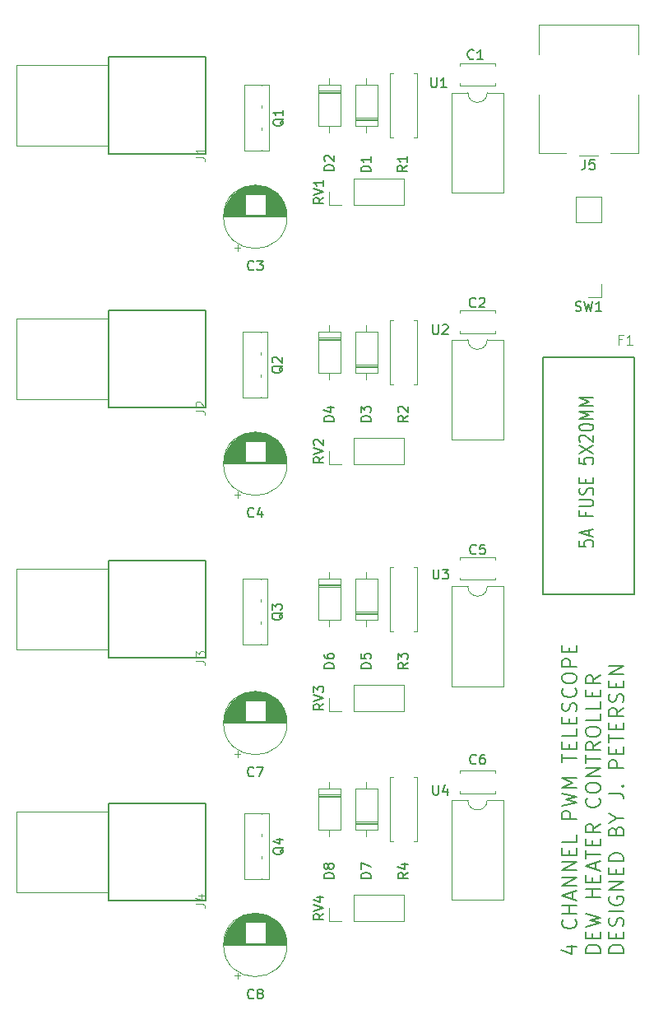
<source format=gbr>
%TF.GenerationSoftware,KiCad,Pcbnew,7.0.7*%
%TF.CreationDate,2024-08-23T02:48:45-05:00*%
%TF.ProjectId,telescope_dew_heater,74656c65-7363-46f7-9065-5f6465775f68,rev?*%
%TF.SameCoordinates,Original*%
%TF.FileFunction,Legend,Top*%
%TF.FilePolarity,Positive*%
%FSLAX46Y46*%
G04 Gerber Fmt 4.6, Leading zero omitted, Abs format (unit mm)*
G04 Created by KiCad (PCBNEW 7.0.7) date 2024-08-23 02:48:45*
%MOMM*%
%LPD*%
G01*
G04 APERTURE LIST*
%ADD10C,0.150000*%
%ADD11C,0.100000*%
%ADD12C,0.200000*%
%ADD13C,0.120000*%
G04 APERTURE END LIST*
D10*
X103198628Y-129711316D02*
X104198628Y-129711316D01*
X102627200Y-130068458D02*
X103698628Y-130425601D01*
X103698628Y-130425601D02*
X103698628Y-129497030D01*
X104055771Y-126925602D02*
X104127200Y-126997030D01*
X104127200Y-126997030D02*
X104198628Y-127211316D01*
X104198628Y-127211316D02*
X104198628Y-127354173D01*
X104198628Y-127354173D02*
X104127200Y-127568459D01*
X104127200Y-127568459D02*
X103984342Y-127711316D01*
X103984342Y-127711316D02*
X103841485Y-127782745D01*
X103841485Y-127782745D02*
X103555771Y-127854173D01*
X103555771Y-127854173D02*
X103341485Y-127854173D01*
X103341485Y-127854173D02*
X103055771Y-127782745D01*
X103055771Y-127782745D02*
X102912914Y-127711316D01*
X102912914Y-127711316D02*
X102770057Y-127568459D01*
X102770057Y-127568459D02*
X102698628Y-127354173D01*
X102698628Y-127354173D02*
X102698628Y-127211316D01*
X102698628Y-127211316D02*
X102770057Y-126997030D01*
X102770057Y-126997030D02*
X102841485Y-126925602D01*
X104198628Y-126282745D02*
X102698628Y-126282745D01*
X103412914Y-126282745D02*
X103412914Y-125425602D01*
X104198628Y-125425602D02*
X102698628Y-125425602D01*
X103770057Y-124782744D02*
X103770057Y-124068459D01*
X104198628Y-124925601D02*
X102698628Y-124425601D01*
X102698628Y-124425601D02*
X104198628Y-123925601D01*
X104198628Y-123425602D02*
X102698628Y-123425602D01*
X102698628Y-123425602D02*
X104198628Y-122568459D01*
X104198628Y-122568459D02*
X102698628Y-122568459D01*
X104198628Y-121854173D02*
X102698628Y-121854173D01*
X102698628Y-121854173D02*
X104198628Y-120997030D01*
X104198628Y-120997030D02*
X102698628Y-120997030D01*
X103412914Y-120282744D02*
X103412914Y-119782744D01*
X104198628Y-119568458D02*
X104198628Y-120282744D01*
X104198628Y-120282744D02*
X102698628Y-120282744D01*
X102698628Y-120282744D02*
X102698628Y-119568458D01*
X104198628Y-118211315D02*
X104198628Y-118925601D01*
X104198628Y-118925601D02*
X102698628Y-118925601D01*
X104198628Y-116568458D02*
X102698628Y-116568458D01*
X102698628Y-116568458D02*
X102698628Y-115997029D01*
X102698628Y-115997029D02*
X102770057Y-115854172D01*
X102770057Y-115854172D02*
X102841485Y-115782743D01*
X102841485Y-115782743D02*
X102984342Y-115711315D01*
X102984342Y-115711315D02*
X103198628Y-115711315D01*
X103198628Y-115711315D02*
X103341485Y-115782743D01*
X103341485Y-115782743D02*
X103412914Y-115854172D01*
X103412914Y-115854172D02*
X103484342Y-115997029D01*
X103484342Y-115997029D02*
X103484342Y-116568458D01*
X102698628Y-115211315D02*
X104198628Y-114854172D01*
X104198628Y-114854172D02*
X103127200Y-114568458D01*
X103127200Y-114568458D02*
X104198628Y-114282743D01*
X104198628Y-114282743D02*
X102698628Y-113925601D01*
X104198628Y-113354172D02*
X102698628Y-113354172D01*
X102698628Y-113354172D02*
X103770057Y-112854172D01*
X103770057Y-112854172D02*
X102698628Y-112354172D01*
X102698628Y-112354172D02*
X104198628Y-112354172D01*
X102698628Y-110711314D02*
X102698628Y-109854172D01*
X104198628Y-110282743D02*
X102698628Y-110282743D01*
X103412914Y-109354172D02*
X103412914Y-108854172D01*
X104198628Y-108639886D02*
X104198628Y-109354172D01*
X104198628Y-109354172D02*
X102698628Y-109354172D01*
X102698628Y-109354172D02*
X102698628Y-108639886D01*
X104198628Y-107282743D02*
X104198628Y-107997029D01*
X104198628Y-107997029D02*
X102698628Y-107997029D01*
X103412914Y-106782743D02*
X103412914Y-106282743D01*
X104198628Y-106068457D02*
X104198628Y-106782743D01*
X104198628Y-106782743D02*
X102698628Y-106782743D01*
X102698628Y-106782743D02*
X102698628Y-106068457D01*
X104127200Y-105497028D02*
X104198628Y-105282743D01*
X104198628Y-105282743D02*
X104198628Y-104925600D01*
X104198628Y-104925600D02*
X104127200Y-104782743D01*
X104127200Y-104782743D02*
X104055771Y-104711314D01*
X104055771Y-104711314D02*
X103912914Y-104639885D01*
X103912914Y-104639885D02*
X103770057Y-104639885D01*
X103770057Y-104639885D02*
X103627200Y-104711314D01*
X103627200Y-104711314D02*
X103555771Y-104782743D01*
X103555771Y-104782743D02*
X103484342Y-104925600D01*
X103484342Y-104925600D02*
X103412914Y-105211314D01*
X103412914Y-105211314D02*
X103341485Y-105354171D01*
X103341485Y-105354171D02*
X103270057Y-105425600D01*
X103270057Y-105425600D02*
X103127200Y-105497028D01*
X103127200Y-105497028D02*
X102984342Y-105497028D01*
X102984342Y-105497028D02*
X102841485Y-105425600D01*
X102841485Y-105425600D02*
X102770057Y-105354171D01*
X102770057Y-105354171D02*
X102698628Y-105211314D01*
X102698628Y-105211314D02*
X102698628Y-104854171D01*
X102698628Y-104854171D02*
X102770057Y-104639885D01*
X104055771Y-103139886D02*
X104127200Y-103211314D01*
X104127200Y-103211314D02*
X104198628Y-103425600D01*
X104198628Y-103425600D02*
X104198628Y-103568457D01*
X104198628Y-103568457D02*
X104127200Y-103782743D01*
X104127200Y-103782743D02*
X103984342Y-103925600D01*
X103984342Y-103925600D02*
X103841485Y-103997029D01*
X103841485Y-103997029D02*
X103555771Y-104068457D01*
X103555771Y-104068457D02*
X103341485Y-104068457D01*
X103341485Y-104068457D02*
X103055771Y-103997029D01*
X103055771Y-103997029D02*
X102912914Y-103925600D01*
X102912914Y-103925600D02*
X102770057Y-103782743D01*
X102770057Y-103782743D02*
X102698628Y-103568457D01*
X102698628Y-103568457D02*
X102698628Y-103425600D01*
X102698628Y-103425600D02*
X102770057Y-103211314D01*
X102770057Y-103211314D02*
X102841485Y-103139886D01*
X102698628Y-102211314D02*
X102698628Y-101925600D01*
X102698628Y-101925600D02*
X102770057Y-101782743D01*
X102770057Y-101782743D02*
X102912914Y-101639886D01*
X102912914Y-101639886D02*
X103198628Y-101568457D01*
X103198628Y-101568457D02*
X103698628Y-101568457D01*
X103698628Y-101568457D02*
X103984342Y-101639886D01*
X103984342Y-101639886D02*
X104127200Y-101782743D01*
X104127200Y-101782743D02*
X104198628Y-101925600D01*
X104198628Y-101925600D02*
X104198628Y-102211314D01*
X104198628Y-102211314D02*
X104127200Y-102354172D01*
X104127200Y-102354172D02*
X103984342Y-102497029D01*
X103984342Y-102497029D02*
X103698628Y-102568457D01*
X103698628Y-102568457D02*
X103198628Y-102568457D01*
X103198628Y-102568457D02*
X102912914Y-102497029D01*
X102912914Y-102497029D02*
X102770057Y-102354172D01*
X102770057Y-102354172D02*
X102698628Y-102211314D01*
X104198628Y-100925600D02*
X102698628Y-100925600D01*
X102698628Y-100925600D02*
X102698628Y-100354171D01*
X102698628Y-100354171D02*
X102770057Y-100211314D01*
X102770057Y-100211314D02*
X102841485Y-100139885D01*
X102841485Y-100139885D02*
X102984342Y-100068457D01*
X102984342Y-100068457D02*
X103198628Y-100068457D01*
X103198628Y-100068457D02*
X103341485Y-100139885D01*
X103341485Y-100139885D02*
X103412914Y-100211314D01*
X103412914Y-100211314D02*
X103484342Y-100354171D01*
X103484342Y-100354171D02*
X103484342Y-100925600D01*
X103412914Y-99425600D02*
X103412914Y-98925600D01*
X104198628Y-98711314D02*
X104198628Y-99425600D01*
X104198628Y-99425600D02*
X102698628Y-99425600D01*
X102698628Y-99425600D02*
X102698628Y-98711314D01*
X106613628Y-130354173D02*
X105113628Y-130354173D01*
X105113628Y-130354173D02*
X105113628Y-129997030D01*
X105113628Y-129997030D02*
X105185057Y-129782744D01*
X105185057Y-129782744D02*
X105327914Y-129639887D01*
X105327914Y-129639887D02*
X105470771Y-129568458D01*
X105470771Y-129568458D02*
X105756485Y-129497030D01*
X105756485Y-129497030D02*
X105970771Y-129497030D01*
X105970771Y-129497030D02*
X106256485Y-129568458D01*
X106256485Y-129568458D02*
X106399342Y-129639887D01*
X106399342Y-129639887D02*
X106542200Y-129782744D01*
X106542200Y-129782744D02*
X106613628Y-129997030D01*
X106613628Y-129997030D02*
X106613628Y-130354173D01*
X105827914Y-128854173D02*
X105827914Y-128354173D01*
X106613628Y-128139887D02*
X106613628Y-128854173D01*
X106613628Y-128854173D02*
X105113628Y-128854173D01*
X105113628Y-128854173D02*
X105113628Y-128139887D01*
X105113628Y-127639887D02*
X106613628Y-127282744D01*
X106613628Y-127282744D02*
X105542200Y-126997030D01*
X105542200Y-126997030D02*
X106613628Y-126711315D01*
X106613628Y-126711315D02*
X105113628Y-126354173D01*
X106613628Y-124639887D02*
X105113628Y-124639887D01*
X105827914Y-124639887D02*
X105827914Y-123782744D01*
X106613628Y-123782744D02*
X105113628Y-123782744D01*
X105827914Y-123068458D02*
X105827914Y-122568458D01*
X106613628Y-122354172D02*
X106613628Y-123068458D01*
X106613628Y-123068458D02*
X105113628Y-123068458D01*
X105113628Y-123068458D02*
X105113628Y-122354172D01*
X106185057Y-121782743D02*
X106185057Y-121068458D01*
X106613628Y-121925600D02*
X105113628Y-121425600D01*
X105113628Y-121425600D02*
X106613628Y-120925600D01*
X105113628Y-120639886D02*
X105113628Y-119782744D01*
X106613628Y-120211315D02*
X105113628Y-120211315D01*
X105827914Y-119282744D02*
X105827914Y-118782744D01*
X106613628Y-118568458D02*
X106613628Y-119282744D01*
X106613628Y-119282744D02*
X105113628Y-119282744D01*
X105113628Y-119282744D02*
X105113628Y-118568458D01*
X106613628Y-117068458D02*
X105899342Y-117568458D01*
X106613628Y-117925601D02*
X105113628Y-117925601D01*
X105113628Y-117925601D02*
X105113628Y-117354172D01*
X105113628Y-117354172D02*
X105185057Y-117211315D01*
X105185057Y-117211315D02*
X105256485Y-117139886D01*
X105256485Y-117139886D02*
X105399342Y-117068458D01*
X105399342Y-117068458D02*
X105613628Y-117068458D01*
X105613628Y-117068458D02*
X105756485Y-117139886D01*
X105756485Y-117139886D02*
X105827914Y-117211315D01*
X105827914Y-117211315D02*
X105899342Y-117354172D01*
X105899342Y-117354172D02*
X105899342Y-117925601D01*
X106470771Y-114425601D02*
X106542200Y-114497029D01*
X106542200Y-114497029D02*
X106613628Y-114711315D01*
X106613628Y-114711315D02*
X106613628Y-114854172D01*
X106613628Y-114854172D02*
X106542200Y-115068458D01*
X106542200Y-115068458D02*
X106399342Y-115211315D01*
X106399342Y-115211315D02*
X106256485Y-115282744D01*
X106256485Y-115282744D02*
X105970771Y-115354172D01*
X105970771Y-115354172D02*
X105756485Y-115354172D01*
X105756485Y-115354172D02*
X105470771Y-115282744D01*
X105470771Y-115282744D02*
X105327914Y-115211315D01*
X105327914Y-115211315D02*
X105185057Y-115068458D01*
X105185057Y-115068458D02*
X105113628Y-114854172D01*
X105113628Y-114854172D02*
X105113628Y-114711315D01*
X105113628Y-114711315D02*
X105185057Y-114497029D01*
X105185057Y-114497029D02*
X105256485Y-114425601D01*
X105113628Y-113497029D02*
X105113628Y-113211315D01*
X105113628Y-113211315D02*
X105185057Y-113068458D01*
X105185057Y-113068458D02*
X105327914Y-112925601D01*
X105327914Y-112925601D02*
X105613628Y-112854172D01*
X105613628Y-112854172D02*
X106113628Y-112854172D01*
X106113628Y-112854172D02*
X106399342Y-112925601D01*
X106399342Y-112925601D02*
X106542200Y-113068458D01*
X106542200Y-113068458D02*
X106613628Y-113211315D01*
X106613628Y-113211315D02*
X106613628Y-113497029D01*
X106613628Y-113497029D02*
X106542200Y-113639887D01*
X106542200Y-113639887D02*
X106399342Y-113782744D01*
X106399342Y-113782744D02*
X106113628Y-113854172D01*
X106113628Y-113854172D02*
X105613628Y-113854172D01*
X105613628Y-113854172D02*
X105327914Y-113782744D01*
X105327914Y-113782744D02*
X105185057Y-113639887D01*
X105185057Y-113639887D02*
X105113628Y-113497029D01*
X106613628Y-112211315D02*
X105113628Y-112211315D01*
X105113628Y-112211315D02*
X106613628Y-111354172D01*
X106613628Y-111354172D02*
X105113628Y-111354172D01*
X105113628Y-110854171D02*
X105113628Y-109997029D01*
X106613628Y-110425600D02*
X105113628Y-110425600D01*
X106613628Y-108639886D02*
X105899342Y-109139886D01*
X106613628Y-109497029D02*
X105113628Y-109497029D01*
X105113628Y-109497029D02*
X105113628Y-108925600D01*
X105113628Y-108925600D02*
X105185057Y-108782743D01*
X105185057Y-108782743D02*
X105256485Y-108711314D01*
X105256485Y-108711314D02*
X105399342Y-108639886D01*
X105399342Y-108639886D02*
X105613628Y-108639886D01*
X105613628Y-108639886D02*
X105756485Y-108711314D01*
X105756485Y-108711314D02*
X105827914Y-108782743D01*
X105827914Y-108782743D02*
X105899342Y-108925600D01*
X105899342Y-108925600D02*
X105899342Y-109497029D01*
X105113628Y-107711314D02*
X105113628Y-107425600D01*
X105113628Y-107425600D02*
X105185057Y-107282743D01*
X105185057Y-107282743D02*
X105327914Y-107139886D01*
X105327914Y-107139886D02*
X105613628Y-107068457D01*
X105613628Y-107068457D02*
X106113628Y-107068457D01*
X106113628Y-107068457D02*
X106399342Y-107139886D01*
X106399342Y-107139886D02*
X106542200Y-107282743D01*
X106542200Y-107282743D02*
X106613628Y-107425600D01*
X106613628Y-107425600D02*
X106613628Y-107711314D01*
X106613628Y-107711314D02*
X106542200Y-107854172D01*
X106542200Y-107854172D02*
X106399342Y-107997029D01*
X106399342Y-107997029D02*
X106113628Y-108068457D01*
X106113628Y-108068457D02*
X105613628Y-108068457D01*
X105613628Y-108068457D02*
X105327914Y-107997029D01*
X105327914Y-107997029D02*
X105185057Y-107854172D01*
X105185057Y-107854172D02*
X105113628Y-107711314D01*
X106613628Y-105711314D02*
X106613628Y-106425600D01*
X106613628Y-106425600D02*
X105113628Y-106425600D01*
X106613628Y-104497028D02*
X106613628Y-105211314D01*
X106613628Y-105211314D02*
X105113628Y-105211314D01*
X105827914Y-103997028D02*
X105827914Y-103497028D01*
X106613628Y-103282742D02*
X106613628Y-103997028D01*
X106613628Y-103997028D02*
X105113628Y-103997028D01*
X105113628Y-103997028D02*
X105113628Y-103282742D01*
X106613628Y-101782742D02*
X105899342Y-102282742D01*
X106613628Y-102639885D02*
X105113628Y-102639885D01*
X105113628Y-102639885D02*
X105113628Y-102068456D01*
X105113628Y-102068456D02*
X105185057Y-101925599D01*
X105185057Y-101925599D02*
X105256485Y-101854170D01*
X105256485Y-101854170D02*
X105399342Y-101782742D01*
X105399342Y-101782742D02*
X105613628Y-101782742D01*
X105613628Y-101782742D02*
X105756485Y-101854170D01*
X105756485Y-101854170D02*
X105827914Y-101925599D01*
X105827914Y-101925599D02*
X105899342Y-102068456D01*
X105899342Y-102068456D02*
X105899342Y-102639885D01*
X109028628Y-130354173D02*
X107528628Y-130354173D01*
X107528628Y-130354173D02*
X107528628Y-129997030D01*
X107528628Y-129997030D02*
X107600057Y-129782744D01*
X107600057Y-129782744D02*
X107742914Y-129639887D01*
X107742914Y-129639887D02*
X107885771Y-129568458D01*
X107885771Y-129568458D02*
X108171485Y-129497030D01*
X108171485Y-129497030D02*
X108385771Y-129497030D01*
X108385771Y-129497030D02*
X108671485Y-129568458D01*
X108671485Y-129568458D02*
X108814342Y-129639887D01*
X108814342Y-129639887D02*
X108957200Y-129782744D01*
X108957200Y-129782744D02*
X109028628Y-129997030D01*
X109028628Y-129997030D02*
X109028628Y-130354173D01*
X108242914Y-128854173D02*
X108242914Y-128354173D01*
X109028628Y-128139887D02*
X109028628Y-128854173D01*
X109028628Y-128854173D02*
X107528628Y-128854173D01*
X107528628Y-128854173D02*
X107528628Y-128139887D01*
X108957200Y-127568458D02*
X109028628Y-127354173D01*
X109028628Y-127354173D02*
X109028628Y-126997030D01*
X109028628Y-126997030D02*
X108957200Y-126854173D01*
X108957200Y-126854173D02*
X108885771Y-126782744D01*
X108885771Y-126782744D02*
X108742914Y-126711315D01*
X108742914Y-126711315D02*
X108600057Y-126711315D01*
X108600057Y-126711315D02*
X108457200Y-126782744D01*
X108457200Y-126782744D02*
X108385771Y-126854173D01*
X108385771Y-126854173D02*
X108314342Y-126997030D01*
X108314342Y-126997030D02*
X108242914Y-127282744D01*
X108242914Y-127282744D02*
X108171485Y-127425601D01*
X108171485Y-127425601D02*
X108100057Y-127497030D01*
X108100057Y-127497030D02*
X107957200Y-127568458D01*
X107957200Y-127568458D02*
X107814342Y-127568458D01*
X107814342Y-127568458D02*
X107671485Y-127497030D01*
X107671485Y-127497030D02*
X107600057Y-127425601D01*
X107600057Y-127425601D02*
X107528628Y-127282744D01*
X107528628Y-127282744D02*
X107528628Y-126925601D01*
X107528628Y-126925601D02*
X107600057Y-126711315D01*
X109028628Y-126068459D02*
X107528628Y-126068459D01*
X107600057Y-124568458D02*
X107528628Y-124711316D01*
X107528628Y-124711316D02*
X107528628Y-124925601D01*
X107528628Y-124925601D02*
X107600057Y-125139887D01*
X107600057Y-125139887D02*
X107742914Y-125282744D01*
X107742914Y-125282744D02*
X107885771Y-125354173D01*
X107885771Y-125354173D02*
X108171485Y-125425601D01*
X108171485Y-125425601D02*
X108385771Y-125425601D01*
X108385771Y-125425601D02*
X108671485Y-125354173D01*
X108671485Y-125354173D02*
X108814342Y-125282744D01*
X108814342Y-125282744D02*
X108957200Y-125139887D01*
X108957200Y-125139887D02*
X109028628Y-124925601D01*
X109028628Y-124925601D02*
X109028628Y-124782744D01*
X109028628Y-124782744D02*
X108957200Y-124568458D01*
X108957200Y-124568458D02*
X108885771Y-124497030D01*
X108885771Y-124497030D02*
X108385771Y-124497030D01*
X108385771Y-124497030D02*
X108385771Y-124782744D01*
X109028628Y-123854173D02*
X107528628Y-123854173D01*
X107528628Y-123854173D02*
X109028628Y-122997030D01*
X109028628Y-122997030D02*
X107528628Y-122997030D01*
X108242914Y-122282744D02*
X108242914Y-121782744D01*
X109028628Y-121568458D02*
X109028628Y-122282744D01*
X109028628Y-122282744D02*
X107528628Y-122282744D01*
X107528628Y-122282744D02*
X107528628Y-121568458D01*
X109028628Y-120925601D02*
X107528628Y-120925601D01*
X107528628Y-120925601D02*
X107528628Y-120568458D01*
X107528628Y-120568458D02*
X107600057Y-120354172D01*
X107600057Y-120354172D02*
X107742914Y-120211315D01*
X107742914Y-120211315D02*
X107885771Y-120139886D01*
X107885771Y-120139886D02*
X108171485Y-120068458D01*
X108171485Y-120068458D02*
X108385771Y-120068458D01*
X108385771Y-120068458D02*
X108671485Y-120139886D01*
X108671485Y-120139886D02*
X108814342Y-120211315D01*
X108814342Y-120211315D02*
X108957200Y-120354172D01*
X108957200Y-120354172D02*
X109028628Y-120568458D01*
X109028628Y-120568458D02*
X109028628Y-120925601D01*
X108242914Y-117782744D02*
X108314342Y-117568458D01*
X108314342Y-117568458D02*
X108385771Y-117497029D01*
X108385771Y-117497029D02*
X108528628Y-117425601D01*
X108528628Y-117425601D02*
X108742914Y-117425601D01*
X108742914Y-117425601D02*
X108885771Y-117497029D01*
X108885771Y-117497029D02*
X108957200Y-117568458D01*
X108957200Y-117568458D02*
X109028628Y-117711315D01*
X109028628Y-117711315D02*
X109028628Y-118282744D01*
X109028628Y-118282744D02*
X107528628Y-118282744D01*
X107528628Y-118282744D02*
X107528628Y-117782744D01*
X107528628Y-117782744D02*
X107600057Y-117639887D01*
X107600057Y-117639887D02*
X107671485Y-117568458D01*
X107671485Y-117568458D02*
X107814342Y-117497029D01*
X107814342Y-117497029D02*
X107957200Y-117497029D01*
X107957200Y-117497029D02*
X108100057Y-117568458D01*
X108100057Y-117568458D02*
X108171485Y-117639887D01*
X108171485Y-117639887D02*
X108242914Y-117782744D01*
X108242914Y-117782744D02*
X108242914Y-118282744D01*
X108314342Y-116497029D02*
X109028628Y-116497029D01*
X107528628Y-116997029D02*
X108314342Y-116497029D01*
X108314342Y-116497029D02*
X107528628Y-115997029D01*
X107528628Y-113925601D02*
X108600057Y-113925601D01*
X108600057Y-113925601D02*
X108814342Y-113997030D01*
X108814342Y-113997030D02*
X108957200Y-114139887D01*
X108957200Y-114139887D02*
X109028628Y-114354173D01*
X109028628Y-114354173D02*
X109028628Y-114497030D01*
X108885771Y-113211316D02*
X108957200Y-113139887D01*
X108957200Y-113139887D02*
X109028628Y-113211316D01*
X109028628Y-113211316D02*
X108957200Y-113282744D01*
X108957200Y-113282744D02*
X108885771Y-113211316D01*
X108885771Y-113211316D02*
X109028628Y-113211316D01*
X109028628Y-111354173D02*
X107528628Y-111354173D01*
X107528628Y-111354173D02*
X107528628Y-110782744D01*
X107528628Y-110782744D02*
X107600057Y-110639887D01*
X107600057Y-110639887D02*
X107671485Y-110568458D01*
X107671485Y-110568458D02*
X107814342Y-110497030D01*
X107814342Y-110497030D02*
X108028628Y-110497030D01*
X108028628Y-110497030D02*
X108171485Y-110568458D01*
X108171485Y-110568458D02*
X108242914Y-110639887D01*
X108242914Y-110639887D02*
X108314342Y-110782744D01*
X108314342Y-110782744D02*
X108314342Y-111354173D01*
X108242914Y-109854173D02*
X108242914Y-109354173D01*
X109028628Y-109139887D02*
X109028628Y-109854173D01*
X109028628Y-109854173D02*
X107528628Y-109854173D01*
X107528628Y-109854173D02*
X107528628Y-109139887D01*
X107528628Y-108711315D02*
X107528628Y-107854173D01*
X109028628Y-108282744D02*
X107528628Y-108282744D01*
X108242914Y-107354173D02*
X108242914Y-106854173D01*
X109028628Y-106639887D02*
X109028628Y-107354173D01*
X109028628Y-107354173D02*
X107528628Y-107354173D01*
X107528628Y-107354173D02*
X107528628Y-106639887D01*
X109028628Y-105139887D02*
X108314342Y-105639887D01*
X109028628Y-105997030D02*
X107528628Y-105997030D01*
X107528628Y-105997030D02*
X107528628Y-105425601D01*
X107528628Y-105425601D02*
X107600057Y-105282744D01*
X107600057Y-105282744D02*
X107671485Y-105211315D01*
X107671485Y-105211315D02*
X107814342Y-105139887D01*
X107814342Y-105139887D02*
X108028628Y-105139887D01*
X108028628Y-105139887D02*
X108171485Y-105211315D01*
X108171485Y-105211315D02*
X108242914Y-105282744D01*
X108242914Y-105282744D02*
X108314342Y-105425601D01*
X108314342Y-105425601D02*
X108314342Y-105997030D01*
X108957200Y-104568458D02*
X109028628Y-104354173D01*
X109028628Y-104354173D02*
X109028628Y-103997030D01*
X109028628Y-103997030D02*
X108957200Y-103854173D01*
X108957200Y-103854173D02*
X108885771Y-103782744D01*
X108885771Y-103782744D02*
X108742914Y-103711315D01*
X108742914Y-103711315D02*
X108600057Y-103711315D01*
X108600057Y-103711315D02*
X108457200Y-103782744D01*
X108457200Y-103782744D02*
X108385771Y-103854173D01*
X108385771Y-103854173D02*
X108314342Y-103997030D01*
X108314342Y-103997030D02*
X108242914Y-104282744D01*
X108242914Y-104282744D02*
X108171485Y-104425601D01*
X108171485Y-104425601D02*
X108100057Y-104497030D01*
X108100057Y-104497030D02*
X107957200Y-104568458D01*
X107957200Y-104568458D02*
X107814342Y-104568458D01*
X107814342Y-104568458D02*
X107671485Y-104497030D01*
X107671485Y-104497030D02*
X107600057Y-104425601D01*
X107600057Y-104425601D02*
X107528628Y-104282744D01*
X107528628Y-104282744D02*
X107528628Y-103925601D01*
X107528628Y-103925601D02*
X107600057Y-103711315D01*
X108242914Y-103068459D02*
X108242914Y-102568459D01*
X109028628Y-102354173D02*
X109028628Y-103068459D01*
X109028628Y-103068459D02*
X107528628Y-103068459D01*
X107528628Y-103068459D02*
X107528628Y-102354173D01*
X109028628Y-101711316D02*
X107528628Y-101711316D01*
X107528628Y-101711316D02*
X109028628Y-100854173D01*
X109028628Y-100854173D02*
X107528628Y-100854173D01*
X104423981Y-87944173D02*
X104423981Y-88515601D01*
X104423981Y-88515601D02*
X105138267Y-88572744D01*
X105138267Y-88572744D02*
X105066838Y-88515601D01*
X105066838Y-88515601D02*
X104995410Y-88401316D01*
X104995410Y-88401316D02*
X104995410Y-88115601D01*
X104995410Y-88115601D02*
X105066838Y-88001316D01*
X105066838Y-88001316D02*
X105138267Y-87944173D01*
X105138267Y-87944173D02*
X105281124Y-87887030D01*
X105281124Y-87887030D02*
X105638267Y-87887030D01*
X105638267Y-87887030D02*
X105781124Y-87944173D01*
X105781124Y-87944173D02*
X105852553Y-88001316D01*
X105852553Y-88001316D02*
X105923981Y-88115601D01*
X105923981Y-88115601D02*
X105923981Y-88401316D01*
X105923981Y-88401316D02*
X105852553Y-88515601D01*
X105852553Y-88515601D02*
X105781124Y-88572744D01*
X105495410Y-87429887D02*
X105495410Y-86858459D01*
X105923981Y-87544173D02*
X104423981Y-87144173D01*
X104423981Y-87144173D02*
X105923981Y-86744173D01*
X105138267Y-85029887D02*
X105138267Y-85429887D01*
X105923981Y-85429887D02*
X104423981Y-85429887D01*
X104423981Y-85429887D02*
X104423981Y-84858459D01*
X104423981Y-84401316D02*
X105638267Y-84401316D01*
X105638267Y-84401316D02*
X105781124Y-84344173D01*
X105781124Y-84344173D02*
X105852553Y-84287031D01*
X105852553Y-84287031D02*
X105923981Y-84172745D01*
X105923981Y-84172745D02*
X105923981Y-83944173D01*
X105923981Y-83944173D02*
X105852553Y-83829888D01*
X105852553Y-83829888D02*
X105781124Y-83772745D01*
X105781124Y-83772745D02*
X105638267Y-83715602D01*
X105638267Y-83715602D02*
X104423981Y-83715602D01*
X105852553Y-83201316D02*
X105923981Y-83029888D01*
X105923981Y-83029888D02*
X105923981Y-82744173D01*
X105923981Y-82744173D02*
X105852553Y-82629888D01*
X105852553Y-82629888D02*
X105781124Y-82572745D01*
X105781124Y-82572745D02*
X105638267Y-82515602D01*
X105638267Y-82515602D02*
X105495410Y-82515602D01*
X105495410Y-82515602D02*
X105352553Y-82572745D01*
X105352553Y-82572745D02*
X105281124Y-82629888D01*
X105281124Y-82629888D02*
X105209695Y-82744173D01*
X105209695Y-82744173D02*
X105138267Y-82972745D01*
X105138267Y-82972745D02*
X105066838Y-83087030D01*
X105066838Y-83087030D02*
X104995410Y-83144173D01*
X104995410Y-83144173D02*
X104852553Y-83201316D01*
X104852553Y-83201316D02*
X104709695Y-83201316D01*
X104709695Y-83201316D02*
X104566838Y-83144173D01*
X104566838Y-83144173D02*
X104495410Y-83087030D01*
X104495410Y-83087030D02*
X104423981Y-82972745D01*
X104423981Y-82972745D02*
X104423981Y-82687030D01*
X104423981Y-82687030D02*
X104495410Y-82515602D01*
X105138267Y-82001316D02*
X105138267Y-81601316D01*
X105923981Y-81429888D02*
X105923981Y-82001316D01*
X105923981Y-82001316D02*
X104423981Y-82001316D01*
X104423981Y-82001316D02*
X104423981Y-81429888D01*
X104423981Y-79429888D02*
X104423981Y-80001316D01*
X104423981Y-80001316D02*
X105138267Y-80058459D01*
X105138267Y-80058459D02*
X105066838Y-80001316D01*
X105066838Y-80001316D02*
X104995410Y-79887031D01*
X104995410Y-79887031D02*
X104995410Y-79601316D01*
X104995410Y-79601316D02*
X105066838Y-79487031D01*
X105066838Y-79487031D02*
X105138267Y-79429888D01*
X105138267Y-79429888D02*
X105281124Y-79372745D01*
X105281124Y-79372745D02*
X105638267Y-79372745D01*
X105638267Y-79372745D02*
X105781124Y-79429888D01*
X105781124Y-79429888D02*
X105852553Y-79487031D01*
X105852553Y-79487031D02*
X105923981Y-79601316D01*
X105923981Y-79601316D02*
X105923981Y-79887031D01*
X105923981Y-79887031D02*
X105852553Y-80001316D01*
X105852553Y-80001316D02*
X105781124Y-80058459D01*
X104423981Y-78972745D02*
X105923981Y-78172745D01*
X104423981Y-78172745D02*
X105923981Y-78972745D01*
X104566838Y-77772745D02*
X104495410Y-77715602D01*
X104495410Y-77715602D02*
X104423981Y-77601317D01*
X104423981Y-77601317D02*
X104423981Y-77315602D01*
X104423981Y-77315602D02*
X104495410Y-77201317D01*
X104495410Y-77201317D02*
X104566838Y-77144174D01*
X104566838Y-77144174D02*
X104709695Y-77087031D01*
X104709695Y-77087031D02*
X104852553Y-77087031D01*
X104852553Y-77087031D02*
X105066838Y-77144174D01*
X105066838Y-77144174D02*
X105923981Y-77829888D01*
X105923981Y-77829888D02*
X105923981Y-77087031D01*
X104423981Y-76344174D02*
X104423981Y-76229888D01*
X104423981Y-76229888D02*
X104495410Y-76115602D01*
X104495410Y-76115602D02*
X104566838Y-76058460D01*
X104566838Y-76058460D02*
X104709695Y-76001317D01*
X104709695Y-76001317D02*
X104995410Y-75944174D01*
X104995410Y-75944174D02*
X105352553Y-75944174D01*
X105352553Y-75944174D02*
X105638267Y-76001317D01*
X105638267Y-76001317D02*
X105781124Y-76058460D01*
X105781124Y-76058460D02*
X105852553Y-76115602D01*
X105852553Y-76115602D02*
X105923981Y-76229888D01*
X105923981Y-76229888D02*
X105923981Y-76344174D01*
X105923981Y-76344174D02*
X105852553Y-76458460D01*
X105852553Y-76458460D02*
X105781124Y-76515602D01*
X105781124Y-76515602D02*
X105638267Y-76572745D01*
X105638267Y-76572745D02*
X105352553Y-76629888D01*
X105352553Y-76629888D02*
X104995410Y-76629888D01*
X104995410Y-76629888D02*
X104709695Y-76572745D01*
X104709695Y-76572745D02*
X104566838Y-76515602D01*
X104566838Y-76515602D02*
X104495410Y-76458460D01*
X104495410Y-76458460D02*
X104423981Y-76344174D01*
X105923981Y-75429888D02*
X104423981Y-75429888D01*
X104423981Y-75429888D02*
X105495410Y-75029888D01*
X105495410Y-75029888D02*
X104423981Y-74629888D01*
X104423981Y-74629888D02*
X105923981Y-74629888D01*
X105923981Y-74058459D02*
X104423981Y-74058459D01*
X104423981Y-74058459D02*
X105495410Y-73658459D01*
X105495410Y-73658459D02*
X104423981Y-73258459D01*
X104423981Y-73258459D02*
X105923981Y-73258459D01*
D11*
X64957419Y-48513333D02*
X65671704Y-48513333D01*
X65671704Y-48513333D02*
X65814561Y-48560952D01*
X65814561Y-48560952D02*
X65909800Y-48656190D01*
X65909800Y-48656190D02*
X65957419Y-48799047D01*
X65957419Y-48799047D02*
X65957419Y-48894285D01*
X65957419Y-47513333D02*
X65957419Y-48084761D01*
X65957419Y-47799047D02*
X64957419Y-47799047D01*
X64957419Y-47799047D02*
X65100276Y-47894285D01*
X65100276Y-47894285D02*
X65195514Y-47989523D01*
X65195514Y-47989523D02*
X65243133Y-48084761D01*
X64957419Y-74608333D02*
X65671704Y-74608333D01*
X65671704Y-74608333D02*
X65814561Y-74655952D01*
X65814561Y-74655952D02*
X65909800Y-74751190D01*
X65909800Y-74751190D02*
X65957419Y-74894047D01*
X65957419Y-74894047D02*
X65957419Y-74989285D01*
X65052657Y-74179761D02*
X65005038Y-74132142D01*
X65005038Y-74132142D02*
X64957419Y-74036904D01*
X64957419Y-74036904D02*
X64957419Y-73798809D01*
X64957419Y-73798809D02*
X65005038Y-73703571D01*
X65005038Y-73703571D02*
X65052657Y-73655952D01*
X65052657Y-73655952D02*
X65147895Y-73608333D01*
X65147895Y-73608333D02*
X65243133Y-73608333D01*
X65243133Y-73608333D02*
X65385990Y-73655952D01*
X65385990Y-73655952D02*
X65957419Y-74227380D01*
X65957419Y-74227380D02*
X65957419Y-73608333D01*
X64957419Y-125333333D02*
X65671704Y-125333333D01*
X65671704Y-125333333D02*
X65814561Y-125380952D01*
X65814561Y-125380952D02*
X65909800Y-125476190D01*
X65909800Y-125476190D02*
X65957419Y-125619047D01*
X65957419Y-125619047D02*
X65957419Y-125714285D01*
X65290752Y-124428571D02*
X65957419Y-124428571D01*
X64909800Y-124666666D02*
X65624085Y-124904761D01*
X65624085Y-124904761D02*
X65624085Y-124285714D01*
X64957419Y-100333333D02*
X65671704Y-100333333D01*
X65671704Y-100333333D02*
X65814561Y-100380952D01*
X65814561Y-100380952D02*
X65909800Y-100476190D01*
X65909800Y-100476190D02*
X65957419Y-100619047D01*
X65957419Y-100619047D02*
X65957419Y-100714285D01*
X64957419Y-99952380D02*
X64957419Y-99333333D01*
X64957419Y-99333333D02*
X65338371Y-99666666D01*
X65338371Y-99666666D02*
X65338371Y-99523809D01*
X65338371Y-99523809D02*
X65385990Y-99428571D01*
X65385990Y-99428571D02*
X65433609Y-99380952D01*
X65433609Y-99380952D02*
X65528847Y-99333333D01*
X65528847Y-99333333D02*
X65766942Y-99333333D01*
X65766942Y-99333333D02*
X65862180Y-99380952D01*
X65862180Y-99380952D02*
X65909800Y-99428571D01*
X65909800Y-99428571D02*
X65957419Y-99523809D01*
X65957419Y-99523809D02*
X65957419Y-99809523D01*
X65957419Y-99809523D02*
X65909800Y-99904761D01*
X65909800Y-99904761D02*
X65862180Y-99952380D01*
D10*
X104076667Y-64282200D02*
X104219524Y-64329819D01*
X104219524Y-64329819D02*
X104457619Y-64329819D01*
X104457619Y-64329819D02*
X104552857Y-64282200D01*
X104552857Y-64282200D02*
X104600476Y-64234580D01*
X104600476Y-64234580D02*
X104648095Y-64139342D01*
X104648095Y-64139342D02*
X104648095Y-64044104D01*
X104648095Y-64044104D02*
X104600476Y-63948866D01*
X104600476Y-63948866D02*
X104552857Y-63901247D01*
X104552857Y-63901247D02*
X104457619Y-63853628D01*
X104457619Y-63853628D02*
X104267143Y-63806009D01*
X104267143Y-63806009D02*
X104171905Y-63758390D01*
X104171905Y-63758390D02*
X104124286Y-63710771D01*
X104124286Y-63710771D02*
X104076667Y-63615533D01*
X104076667Y-63615533D02*
X104076667Y-63520295D01*
X104076667Y-63520295D02*
X104124286Y-63425057D01*
X104124286Y-63425057D02*
X104171905Y-63377438D01*
X104171905Y-63377438D02*
X104267143Y-63329819D01*
X104267143Y-63329819D02*
X104505238Y-63329819D01*
X104505238Y-63329819D02*
X104648095Y-63377438D01*
X104981429Y-63329819D02*
X105219524Y-64329819D01*
X105219524Y-64329819D02*
X105410000Y-63615533D01*
X105410000Y-63615533D02*
X105600476Y-64329819D01*
X105600476Y-64329819D02*
X105838572Y-63329819D01*
X106743333Y-64329819D02*
X106171905Y-64329819D01*
X106457619Y-64329819D02*
X106457619Y-63329819D01*
X106457619Y-63329819D02*
X106362381Y-63472676D01*
X106362381Y-63472676D02*
X106267143Y-63567914D01*
X106267143Y-63567914D02*
X106171905Y-63615533D01*
X89428095Y-90894819D02*
X89428095Y-91704342D01*
X89428095Y-91704342D02*
X89475714Y-91799580D01*
X89475714Y-91799580D02*
X89523333Y-91847200D01*
X89523333Y-91847200D02*
X89618571Y-91894819D01*
X89618571Y-91894819D02*
X89809047Y-91894819D01*
X89809047Y-91894819D02*
X89904285Y-91847200D01*
X89904285Y-91847200D02*
X89951904Y-91799580D01*
X89951904Y-91799580D02*
X89999523Y-91704342D01*
X89999523Y-91704342D02*
X89999523Y-90894819D01*
X90380476Y-90894819D02*
X90999523Y-90894819D01*
X90999523Y-90894819D02*
X90666190Y-91275771D01*
X90666190Y-91275771D02*
X90809047Y-91275771D01*
X90809047Y-91275771D02*
X90904285Y-91323390D01*
X90904285Y-91323390D02*
X90951904Y-91371009D01*
X90951904Y-91371009D02*
X90999523Y-91466247D01*
X90999523Y-91466247D02*
X90999523Y-91704342D01*
X90999523Y-91704342D02*
X90951904Y-91799580D01*
X90951904Y-91799580D02*
X90904285Y-91847200D01*
X90904285Y-91847200D02*
X90809047Y-91894819D01*
X90809047Y-91894819D02*
X90523333Y-91894819D01*
X90523333Y-91894819D02*
X90428095Y-91847200D01*
X90428095Y-91847200D02*
X90380476Y-91799580D01*
X93833333Y-89259580D02*
X93785714Y-89307200D01*
X93785714Y-89307200D02*
X93642857Y-89354819D01*
X93642857Y-89354819D02*
X93547619Y-89354819D01*
X93547619Y-89354819D02*
X93404762Y-89307200D01*
X93404762Y-89307200D02*
X93309524Y-89211961D01*
X93309524Y-89211961D02*
X93261905Y-89116723D01*
X93261905Y-89116723D02*
X93214286Y-88926247D01*
X93214286Y-88926247D02*
X93214286Y-88783390D01*
X93214286Y-88783390D02*
X93261905Y-88592914D01*
X93261905Y-88592914D02*
X93309524Y-88497676D01*
X93309524Y-88497676D02*
X93404762Y-88402438D01*
X93404762Y-88402438D02*
X93547619Y-88354819D01*
X93547619Y-88354819D02*
X93642857Y-88354819D01*
X93642857Y-88354819D02*
X93785714Y-88402438D01*
X93785714Y-88402438D02*
X93833333Y-88450057D01*
X94738095Y-88354819D02*
X94261905Y-88354819D01*
X94261905Y-88354819D02*
X94214286Y-88831009D01*
X94214286Y-88831009D02*
X94261905Y-88783390D01*
X94261905Y-88783390D02*
X94357143Y-88735771D01*
X94357143Y-88735771D02*
X94595238Y-88735771D01*
X94595238Y-88735771D02*
X94690476Y-88783390D01*
X94690476Y-88783390D02*
X94738095Y-88831009D01*
X94738095Y-88831009D02*
X94785714Y-88926247D01*
X94785714Y-88926247D02*
X94785714Y-89164342D01*
X94785714Y-89164342D02*
X94738095Y-89259580D01*
X94738095Y-89259580D02*
X94690476Y-89307200D01*
X94690476Y-89307200D02*
X94595238Y-89354819D01*
X94595238Y-89354819D02*
X94357143Y-89354819D01*
X94357143Y-89354819D02*
X94261905Y-89307200D01*
X94261905Y-89307200D02*
X94214286Y-89259580D01*
X86814819Y-122086666D02*
X86338628Y-122419999D01*
X86814819Y-122658094D02*
X85814819Y-122658094D01*
X85814819Y-122658094D02*
X85814819Y-122277142D01*
X85814819Y-122277142D02*
X85862438Y-122181904D01*
X85862438Y-122181904D02*
X85910057Y-122134285D01*
X85910057Y-122134285D02*
X86005295Y-122086666D01*
X86005295Y-122086666D02*
X86148152Y-122086666D01*
X86148152Y-122086666D02*
X86243390Y-122134285D01*
X86243390Y-122134285D02*
X86291009Y-122181904D01*
X86291009Y-122181904D02*
X86338628Y-122277142D01*
X86338628Y-122277142D02*
X86338628Y-122658094D01*
X86148152Y-121229523D02*
X86814819Y-121229523D01*
X85767200Y-121467618D02*
X86481485Y-121705713D01*
X86481485Y-121705713D02*
X86481485Y-121086666D01*
X86824819Y-100486666D02*
X86348628Y-100819999D01*
X86824819Y-101058094D02*
X85824819Y-101058094D01*
X85824819Y-101058094D02*
X85824819Y-100677142D01*
X85824819Y-100677142D02*
X85872438Y-100581904D01*
X85872438Y-100581904D02*
X85920057Y-100534285D01*
X85920057Y-100534285D02*
X86015295Y-100486666D01*
X86015295Y-100486666D02*
X86158152Y-100486666D01*
X86158152Y-100486666D02*
X86253390Y-100534285D01*
X86253390Y-100534285D02*
X86301009Y-100581904D01*
X86301009Y-100581904D02*
X86348628Y-100677142D01*
X86348628Y-100677142D02*
X86348628Y-101058094D01*
X85824819Y-100153332D02*
X85824819Y-99534285D01*
X85824819Y-99534285D02*
X86205771Y-99867618D01*
X86205771Y-99867618D02*
X86205771Y-99724761D01*
X86205771Y-99724761D02*
X86253390Y-99629523D01*
X86253390Y-99629523D02*
X86301009Y-99581904D01*
X86301009Y-99581904D02*
X86396247Y-99534285D01*
X86396247Y-99534285D02*
X86634342Y-99534285D01*
X86634342Y-99534285D02*
X86729580Y-99581904D01*
X86729580Y-99581904D02*
X86777200Y-99629523D01*
X86777200Y-99629523D02*
X86824819Y-99724761D01*
X86824819Y-99724761D02*
X86824819Y-100010475D01*
X86824819Y-100010475D02*
X86777200Y-100105713D01*
X86777200Y-100105713D02*
X86729580Y-100153332D01*
X74060057Y-119475238D02*
X74012438Y-119570476D01*
X74012438Y-119570476D02*
X73917200Y-119665714D01*
X73917200Y-119665714D02*
X73774342Y-119808571D01*
X73774342Y-119808571D02*
X73726723Y-119903809D01*
X73726723Y-119903809D02*
X73726723Y-119999047D01*
X73964819Y-119951428D02*
X73917200Y-120046666D01*
X73917200Y-120046666D02*
X73821961Y-120141904D01*
X73821961Y-120141904D02*
X73631485Y-120189523D01*
X73631485Y-120189523D02*
X73298152Y-120189523D01*
X73298152Y-120189523D02*
X73107676Y-120141904D01*
X73107676Y-120141904D02*
X73012438Y-120046666D01*
X73012438Y-120046666D02*
X72964819Y-119951428D01*
X72964819Y-119951428D02*
X72964819Y-119760952D01*
X72964819Y-119760952D02*
X73012438Y-119665714D01*
X73012438Y-119665714D02*
X73107676Y-119570476D01*
X73107676Y-119570476D02*
X73298152Y-119522857D01*
X73298152Y-119522857D02*
X73631485Y-119522857D01*
X73631485Y-119522857D02*
X73821961Y-119570476D01*
X73821961Y-119570476D02*
X73917200Y-119665714D01*
X73917200Y-119665714D02*
X73964819Y-119760952D01*
X73964819Y-119760952D02*
X73964819Y-119951428D01*
X73298152Y-118665714D02*
X73964819Y-118665714D01*
X72917200Y-118903809D02*
X73631485Y-119141904D01*
X73631485Y-119141904D02*
X73631485Y-118522857D01*
X73940057Y-95345238D02*
X73892438Y-95440476D01*
X73892438Y-95440476D02*
X73797200Y-95535714D01*
X73797200Y-95535714D02*
X73654342Y-95678571D01*
X73654342Y-95678571D02*
X73606723Y-95773809D01*
X73606723Y-95773809D02*
X73606723Y-95869047D01*
X73844819Y-95821428D02*
X73797200Y-95916666D01*
X73797200Y-95916666D02*
X73701961Y-96011904D01*
X73701961Y-96011904D02*
X73511485Y-96059523D01*
X73511485Y-96059523D02*
X73178152Y-96059523D01*
X73178152Y-96059523D02*
X72987676Y-96011904D01*
X72987676Y-96011904D02*
X72892438Y-95916666D01*
X72892438Y-95916666D02*
X72844819Y-95821428D01*
X72844819Y-95821428D02*
X72844819Y-95630952D01*
X72844819Y-95630952D02*
X72892438Y-95535714D01*
X72892438Y-95535714D02*
X72987676Y-95440476D01*
X72987676Y-95440476D02*
X73178152Y-95392857D01*
X73178152Y-95392857D02*
X73511485Y-95392857D01*
X73511485Y-95392857D02*
X73701961Y-95440476D01*
X73701961Y-95440476D02*
X73797200Y-95535714D01*
X73797200Y-95535714D02*
X73844819Y-95630952D01*
X73844819Y-95630952D02*
X73844819Y-95821428D01*
X72844819Y-95059523D02*
X72844819Y-94440476D01*
X72844819Y-94440476D02*
X73225771Y-94773809D01*
X73225771Y-94773809D02*
X73225771Y-94630952D01*
X73225771Y-94630952D02*
X73273390Y-94535714D01*
X73273390Y-94535714D02*
X73321009Y-94488095D01*
X73321009Y-94488095D02*
X73416247Y-94440476D01*
X73416247Y-94440476D02*
X73654342Y-94440476D01*
X73654342Y-94440476D02*
X73749580Y-94488095D01*
X73749580Y-94488095D02*
X73797200Y-94535714D01*
X73797200Y-94535714D02*
X73844819Y-94630952D01*
X73844819Y-94630952D02*
X73844819Y-94916666D01*
X73844819Y-94916666D02*
X73797200Y-95011904D01*
X73797200Y-95011904D02*
X73749580Y-95059523D01*
X78144819Y-104725238D02*
X77668628Y-105058571D01*
X78144819Y-105296666D02*
X77144819Y-105296666D01*
X77144819Y-105296666D02*
X77144819Y-104915714D01*
X77144819Y-104915714D02*
X77192438Y-104820476D01*
X77192438Y-104820476D02*
X77240057Y-104772857D01*
X77240057Y-104772857D02*
X77335295Y-104725238D01*
X77335295Y-104725238D02*
X77478152Y-104725238D01*
X77478152Y-104725238D02*
X77573390Y-104772857D01*
X77573390Y-104772857D02*
X77621009Y-104820476D01*
X77621009Y-104820476D02*
X77668628Y-104915714D01*
X77668628Y-104915714D02*
X77668628Y-105296666D01*
X77144819Y-104439523D02*
X78144819Y-104106190D01*
X78144819Y-104106190D02*
X77144819Y-103772857D01*
X77144819Y-103534761D02*
X77144819Y-102915714D01*
X77144819Y-102915714D02*
X77525771Y-103249047D01*
X77525771Y-103249047D02*
X77525771Y-103106190D01*
X77525771Y-103106190D02*
X77573390Y-103010952D01*
X77573390Y-103010952D02*
X77621009Y-102963333D01*
X77621009Y-102963333D02*
X77716247Y-102915714D01*
X77716247Y-102915714D02*
X77954342Y-102915714D01*
X77954342Y-102915714D02*
X78049580Y-102963333D01*
X78049580Y-102963333D02*
X78097200Y-103010952D01*
X78097200Y-103010952D02*
X78144819Y-103106190D01*
X78144819Y-103106190D02*
X78144819Y-103391904D01*
X78144819Y-103391904D02*
X78097200Y-103487142D01*
X78097200Y-103487142D02*
X78049580Y-103534761D01*
X78134819Y-126325238D02*
X77658628Y-126658571D01*
X78134819Y-126896666D02*
X77134819Y-126896666D01*
X77134819Y-126896666D02*
X77134819Y-126515714D01*
X77134819Y-126515714D02*
X77182438Y-126420476D01*
X77182438Y-126420476D02*
X77230057Y-126372857D01*
X77230057Y-126372857D02*
X77325295Y-126325238D01*
X77325295Y-126325238D02*
X77468152Y-126325238D01*
X77468152Y-126325238D02*
X77563390Y-126372857D01*
X77563390Y-126372857D02*
X77611009Y-126420476D01*
X77611009Y-126420476D02*
X77658628Y-126515714D01*
X77658628Y-126515714D02*
X77658628Y-126896666D01*
X77134819Y-126039523D02*
X78134819Y-125706190D01*
X78134819Y-125706190D02*
X77134819Y-125372857D01*
X77468152Y-124610952D02*
X78134819Y-124610952D01*
X77087200Y-124849047D02*
X77801485Y-125087142D01*
X77801485Y-125087142D02*
X77801485Y-124468095D01*
X89408095Y-113085819D02*
X89408095Y-113895342D01*
X89408095Y-113895342D02*
X89455714Y-113990580D01*
X89455714Y-113990580D02*
X89503333Y-114038200D01*
X89503333Y-114038200D02*
X89598571Y-114085819D01*
X89598571Y-114085819D02*
X89789047Y-114085819D01*
X89789047Y-114085819D02*
X89884285Y-114038200D01*
X89884285Y-114038200D02*
X89931904Y-113990580D01*
X89931904Y-113990580D02*
X89979523Y-113895342D01*
X89979523Y-113895342D02*
X89979523Y-113085819D01*
X90884285Y-113419152D02*
X90884285Y-114085819D01*
X90646190Y-113038200D02*
X90408095Y-113752485D01*
X90408095Y-113752485D02*
X91027142Y-113752485D01*
X79194819Y-122658094D02*
X78194819Y-122658094D01*
X78194819Y-122658094D02*
X78194819Y-122419999D01*
X78194819Y-122419999D02*
X78242438Y-122277142D01*
X78242438Y-122277142D02*
X78337676Y-122181904D01*
X78337676Y-122181904D02*
X78432914Y-122134285D01*
X78432914Y-122134285D02*
X78623390Y-122086666D01*
X78623390Y-122086666D02*
X78766247Y-122086666D01*
X78766247Y-122086666D02*
X78956723Y-122134285D01*
X78956723Y-122134285D02*
X79051961Y-122181904D01*
X79051961Y-122181904D02*
X79147200Y-122277142D01*
X79147200Y-122277142D02*
X79194819Y-122419999D01*
X79194819Y-122419999D02*
X79194819Y-122658094D01*
X78623390Y-121515237D02*
X78575771Y-121610475D01*
X78575771Y-121610475D02*
X78528152Y-121658094D01*
X78528152Y-121658094D02*
X78432914Y-121705713D01*
X78432914Y-121705713D02*
X78385295Y-121705713D01*
X78385295Y-121705713D02*
X78290057Y-121658094D01*
X78290057Y-121658094D02*
X78242438Y-121610475D01*
X78242438Y-121610475D02*
X78194819Y-121515237D01*
X78194819Y-121515237D02*
X78194819Y-121324761D01*
X78194819Y-121324761D02*
X78242438Y-121229523D01*
X78242438Y-121229523D02*
X78290057Y-121181904D01*
X78290057Y-121181904D02*
X78385295Y-121134285D01*
X78385295Y-121134285D02*
X78432914Y-121134285D01*
X78432914Y-121134285D02*
X78528152Y-121181904D01*
X78528152Y-121181904D02*
X78575771Y-121229523D01*
X78575771Y-121229523D02*
X78623390Y-121324761D01*
X78623390Y-121324761D02*
X78623390Y-121515237D01*
X78623390Y-121515237D02*
X78671009Y-121610475D01*
X78671009Y-121610475D02*
X78718628Y-121658094D01*
X78718628Y-121658094D02*
X78813866Y-121705713D01*
X78813866Y-121705713D02*
X79004342Y-121705713D01*
X79004342Y-121705713D02*
X79099580Y-121658094D01*
X79099580Y-121658094D02*
X79147200Y-121610475D01*
X79147200Y-121610475D02*
X79194819Y-121515237D01*
X79194819Y-121515237D02*
X79194819Y-121324761D01*
X79194819Y-121324761D02*
X79147200Y-121229523D01*
X79147200Y-121229523D02*
X79099580Y-121181904D01*
X79099580Y-121181904D02*
X79004342Y-121134285D01*
X79004342Y-121134285D02*
X78813866Y-121134285D01*
X78813866Y-121134285D02*
X78718628Y-121181904D01*
X78718628Y-121181904D02*
X78671009Y-121229523D01*
X78671009Y-121229523D02*
X78623390Y-121324761D01*
X93833333Y-110835580D02*
X93785714Y-110883200D01*
X93785714Y-110883200D02*
X93642857Y-110930819D01*
X93642857Y-110930819D02*
X93547619Y-110930819D01*
X93547619Y-110930819D02*
X93404762Y-110883200D01*
X93404762Y-110883200D02*
X93309524Y-110787961D01*
X93309524Y-110787961D02*
X93261905Y-110692723D01*
X93261905Y-110692723D02*
X93214286Y-110502247D01*
X93214286Y-110502247D02*
X93214286Y-110359390D01*
X93214286Y-110359390D02*
X93261905Y-110168914D01*
X93261905Y-110168914D02*
X93309524Y-110073676D01*
X93309524Y-110073676D02*
X93404762Y-109978438D01*
X93404762Y-109978438D02*
X93547619Y-109930819D01*
X93547619Y-109930819D02*
X93642857Y-109930819D01*
X93642857Y-109930819D02*
X93785714Y-109978438D01*
X93785714Y-109978438D02*
X93833333Y-110026057D01*
X94690476Y-109930819D02*
X94500000Y-109930819D01*
X94500000Y-109930819D02*
X94404762Y-109978438D01*
X94404762Y-109978438D02*
X94357143Y-110026057D01*
X94357143Y-110026057D02*
X94261905Y-110168914D01*
X94261905Y-110168914D02*
X94214286Y-110359390D01*
X94214286Y-110359390D02*
X94214286Y-110740342D01*
X94214286Y-110740342D02*
X94261905Y-110835580D01*
X94261905Y-110835580D02*
X94309524Y-110883200D01*
X94309524Y-110883200D02*
X94404762Y-110930819D01*
X94404762Y-110930819D02*
X94595238Y-110930819D01*
X94595238Y-110930819D02*
X94690476Y-110883200D01*
X94690476Y-110883200D02*
X94738095Y-110835580D01*
X94738095Y-110835580D02*
X94785714Y-110740342D01*
X94785714Y-110740342D02*
X94785714Y-110502247D01*
X94785714Y-110502247D02*
X94738095Y-110407009D01*
X94738095Y-110407009D02*
X94690476Y-110359390D01*
X94690476Y-110359390D02*
X94595238Y-110311771D01*
X94595238Y-110311771D02*
X94404762Y-110311771D01*
X94404762Y-110311771D02*
X94309524Y-110359390D01*
X94309524Y-110359390D02*
X94261905Y-110407009D01*
X94261905Y-110407009D02*
X94214286Y-110502247D01*
X70953333Y-112119580D02*
X70905714Y-112167200D01*
X70905714Y-112167200D02*
X70762857Y-112214819D01*
X70762857Y-112214819D02*
X70667619Y-112214819D01*
X70667619Y-112214819D02*
X70524762Y-112167200D01*
X70524762Y-112167200D02*
X70429524Y-112071961D01*
X70429524Y-112071961D02*
X70381905Y-111976723D01*
X70381905Y-111976723D02*
X70334286Y-111786247D01*
X70334286Y-111786247D02*
X70334286Y-111643390D01*
X70334286Y-111643390D02*
X70381905Y-111452914D01*
X70381905Y-111452914D02*
X70429524Y-111357676D01*
X70429524Y-111357676D02*
X70524762Y-111262438D01*
X70524762Y-111262438D02*
X70667619Y-111214819D01*
X70667619Y-111214819D02*
X70762857Y-111214819D01*
X70762857Y-111214819D02*
X70905714Y-111262438D01*
X70905714Y-111262438D02*
X70953333Y-111310057D01*
X71286667Y-111214819D02*
X71953333Y-111214819D01*
X71953333Y-111214819D02*
X71524762Y-112214819D01*
X70953333Y-134979580D02*
X70905714Y-135027200D01*
X70905714Y-135027200D02*
X70762857Y-135074819D01*
X70762857Y-135074819D02*
X70667619Y-135074819D01*
X70667619Y-135074819D02*
X70524762Y-135027200D01*
X70524762Y-135027200D02*
X70429524Y-134931961D01*
X70429524Y-134931961D02*
X70381905Y-134836723D01*
X70381905Y-134836723D02*
X70334286Y-134646247D01*
X70334286Y-134646247D02*
X70334286Y-134503390D01*
X70334286Y-134503390D02*
X70381905Y-134312914D01*
X70381905Y-134312914D02*
X70429524Y-134217676D01*
X70429524Y-134217676D02*
X70524762Y-134122438D01*
X70524762Y-134122438D02*
X70667619Y-134074819D01*
X70667619Y-134074819D02*
X70762857Y-134074819D01*
X70762857Y-134074819D02*
X70905714Y-134122438D01*
X70905714Y-134122438D02*
X70953333Y-134170057D01*
X71524762Y-134503390D02*
X71429524Y-134455771D01*
X71429524Y-134455771D02*
X71381905Y-134408152D01*
X71381905Y-134408152D02*
X71334286Y-134312914D01*
X71334286Y-134312914D02*
X71334286Y-134265295D01*
X71334286Y-134265295D02*
X71381905Y-134170057D01*
X71381905Y-134170057D02*
X71429524Y-134122438D01*
X71429524Y-134122438D02*
X71524762Y-134074819D01*
X71524762Y-134074819D02*
X71715238Y-134074819D01*
X71715238Y-134074819D02*
X71810476Y-134122438D01*
X71810476Y-134122438D02*
X71858095Y-134170057D01*
X71858095Y-134170057D02*
X71905714Y-134265295D01*
X71905714Y-134265295D02*
X71905714Y-134312914D01*
X71905714Y-134312914D02*
X71858095Y-134408152D01*
X71858095Y-134408152D02*
X71810476Y-134455771D01*
X71810476Y-134455771D02*
X71715238Y-134503390D01*
X71715238Y-134503390D02*
X71524762Y-134503390D01*
X71524762Y-134503390D02*
X71429524Y-134551009D01*
X71429524Y-134551009D02*
X71381905Y-134598628D01*
X71381905Y-134598628D02*
X71334286Y-134693866D01*
X71334286Y-134693866D02*
X71334286Y-134884342D01*
X71334286Y-134884342D02*
X71381905Y-134979580D01*
X71381905Y-134979580D02*
X71429524Y-135027200D01*
X71429524Y-135027200D02*
X71524762Y-135074819D01*
X71524762Y-135074819D02*
X71715238Y-135074819D01*
X71715238Y-135074819D02*
X71810476Y-135027200D01*
X71810476Y-135027200D02*
X71858095Y-134979580D01*
X71858095Y-134979580D02*
X71905714Y-134884342D01*
X71905714Y-134884342D02*
X71905714Y-134693866D01*
X71905714Y-134693866D02*
X71858095Y-134598628D01*
X71858095Y-134598628D02*
X71810476Y-134551009D01*
X71810476Y-134551009D02*
X71715238Y-134503390D01*
X83014819Y-101058094D02*
X82014819Y-101058094D01*
X82014819Y-101058094D02*
X82014819Y-100819999D01*
X82014819Y-100819999D02*
X82062438Y-100677142D01*
X82062438Y-100677142D02*
X82157676Y-100581904D01*
X82157676Y-100581904D02*
X82252914Y-100534285D01*
X82252914Y-100534285D02*
X82443390Y-100486666D01*
X82443390Y-100486666D02*
X82586247Y-100486666D01*
X82586247Y-100486666D02*
X82776723Y-100534285D01*
X82776723Y-100534285D02*
X82871961Y-100581904D01*
X82871961Y-100581904D02*
X82967200Y-100677142D01*
X82967200Y-100677142D02*
X83014819Y-100819999D01*
X83014819Y-100819999D02*
X83014819Y-101058094D01*
X82014819Y-99581904D02*
X82014819Y-100058094D01*
X82014819Y-100058094D02*
X82491009Y-100105713D01*
X82491009Y-100105713D02*
X82443390Y-100058094D01*
X82443390Y-100058094D02*
X82395771Y-99962856D01*
X82395771Y-99962856D02*
X82395771Y-99724761D01*
X82395771Y-99724761D02*
X82443390Y-99629523D01*
X82443390Y-99629523D02*
X82491009Y-99581904D01*
X82491009Y-99581904D02*
X82586247Y-99534285D01*
X82586247Y-99534285D02*
X82824342Y-99534285D01*
X82824342Y-99534285D02*
X82919580Y-99581904D01*
X82919580Y-99581904D02*
X82967200Y-99629523D01*
X82967200Y-99629523D02*
X83014819Y-99724761D01*
X83014819Y-99724761D02*
X83014819Y-99962856D01*
X83014819Y-99962856D02*
X82967200Y-100058094D01*
X82967200Y-100058094D02*
X82919580Y-100105713D01*
X79204819Y-101058094D02*
X78204819Y-101058094D01*
X78204819Y-101058094D02*
X78204819Y-100819999D01*
X78204819Y-100819999D02*
X78252438Y-100677142D01*
X78252438Y-100677142D02*
X78347676Y-100581904D01*
X78347676Y-100581904D02*
X78442914Y-100534285D01*
X78442914Y-100534285D02*
X78633390Y-100486666D01*
X78633390Y-100486666D02*
X78776247Y-100486666D01*
X78776247Y-100486666D02*
X78966723Y-100534285D01*
X78966723Y-100534285D02*
X79061961Y-100581904D01*
X79061961Y-100581904D02*
X79157200Y-100677142D01*
X79157200Y-100677142D02*
X79204819Y-100819999D01*
X79204819Y-100819999D02*
X79204819Y-101058094D01*
X78204819Y-99629523D02*
X78204819Y-99819999D01*
X78204819Y-99819999D02*
X78252438Y-99915237D01*
X78252438Y-99915237D02*
X78300057Y-99962856D01*
X78300057Y-99962856D02*
X78442914Y-100058094D01*
X78442914Y-100058094D02*
X78633390Y-100105713D01*
X78633390Y-100105713D02*
X79014342Y-100105713D01*
X79014342Y-100105713D02*
X79109580Y-100058094D01*
X79109580Y-100058094D02*
X79157200Y-100010475D01*
X79157200Y-100010475D02*
X79204819Y-99915237D01*
X79204819Y-99915237D02*
X79204819Y-99724761D01*
X79204819Y-99724761D02*
X79157200Y-99629523D01*
X79157200Y-99629523D02*
X79109580Y-99581904D01*
X79109580Y-99581904D02*
X79014342Y-99534285D01*
X79014342Y-99534285D02*
X78776247Y-99534285D01*
X78776247Y-99534285D02*
X78681009Y-99581904D01*
X78681009Y-99581904D02*
X78633390Y-99629523D01*
X78633390Y-99629523D02*
X78585771Y-99724761D01*
X78585771Y-99724761D02*
X78585771Y-99915237D01*
X78585771Y-99915237D02*
X78633390Y-100010475D01*
X78633390Y-100010475D02*
X78681009Y-100058094D01*
X78681009Y-100058094D02*
X78776247Y-100105713D01*
X83004819Y-122658094D02*
X82004819Y-122658094D01*
X82004819Y-122658094D02*
X82004819Y-122419999D01*
X82004819Y-122419999D02*
X82052438Y-122277142D01*
X82052438Y-122277142D02*
X82147676Y-122181904D01*
X82147676Y-122181904D02*
X82242914Y-122134285D01*
X82242914Y-122134285D02*
X82433390Y-122086666D01*
X82433390Y-122086666D02*
X82576247Y-122086666D01*
X82576247Y-122086666D02*
X82766723Y-122134285D01*
X82766723Y-122134285D02*
X82861961Y-122181904D01*
X82861961Y-122181904D02*
X82957200Y-122277142D01*
X82957200Y-122277142D02*
X83004819Y-122419999D01*
X83004819Y-122419999D02*
X83004819Y-122658094D01*
X82004819Y-121753332D02*
X82004819Y-121086666D01*
X82004819Y-121086666D02*
X83004819Y-121515237D01*
X105076666Y-48754819D02*
X105076666Y-49469104D01*
X105076666Y-49469104D02*
X105029047Y-49611961D01*
X105029047Y-49611961D02*
X104933809Y-49707200D01*
X104933809Y-49707200D02*
X104790952Y-49754819D01*
X104790952Y-49754819D02*
X104695714Y-49754819D01*
X106029047Y-48754819D02*
X105552857Y-48754819D01*
X105552857Y-48754819D02*
X105505238Y-49231009D01*
X105505238Y-49231009D02*
X105552857Y-49183390D01*
X105552857Y-49183390D02*
X105648095Y-49135771D01*
X105648095Y-49135771D02*
X105886190Y-49135771D01*
X105886190Y-49135771D02*
X105981428Y-49183390D01*
X105981428Y-49183390D02*
X106029047Y-49231009D01*
X106029047Y-49231009D02*
X106076666Y-49326247D01*
X106076666Y-49326247D02*
X106076666Y-49564342D01*
X106076666Y-49564342D02*
X106029047Y-49659580D01*
X106029047Y-49659580D02*
X105981428Y-49707200D01*
X105981428Y-49707200D02*
X105886190Y-49754819D01*
X105886190Y-49754819D02*
X105648095Y-49754819D01*
X105648095Y-49754819D02*
X105552857Y-49707200D01*
X105552857Y-49707200D02*
X105505238Y-49659580D01*
X78134819Y-79335238D02*
X77658628Y-79668571D01*
X78134819Y-79906666D02*
X77134819Y-79906666D01*
X77134819Y-79906666D02*
X77134819Y-79525714D01*
X77134819Y-79525714D02*
X77182438Y-79430476D01*
X77182438Y-79430476D02*
X77230057Y-79382857D01*
X77230057Y-79382857D02*
X77325295Y-79335238D01*
X77325295Y-79335238D02*
X77468152Y-79335238D01*
X77468152Y-79335238D02*
X77563390Y-79382857D01*
X77563390Y-79382857D02*
X77611009Y-79430476D01*
X77611009Y-79430476D02*
X77658628Y-79525714D01*
X77658628Y-79525714D02*
X77658628Y-79906666D01*
X77134819Y-79049523D02*
X78134819Y-78716190D01*
X78134819Y-78716190D02*
X77134819Y-78382857D01*
X77230057Y-78097142D02*
X77182438Y-78049523D01*
X77182438Y-78049523D02*
X77134819Y-77954285D01*
X77134819Y-77954285D02*
X77134819Y-77716190D01*
X77134819Y-77716190D02*
X77182438Y-77620952D01*
X77182438Y-77620952D02*
X77230057Y-77573333D01*
X77230057Y-77573333D02*
X77325295Y-77525714D01*
X77325295Y-77525714D02*
X77420533Y-77525714D01*
X77420533Y-77525714D02*
X77563390Y-77573333D01*
X77563390Y-77573333D02*
X78134819Y-78144761D01*
X78134819Y-78144761D02*
X78134819Y-77525714D01*
X89388095Y-65714819D02*
X89388095Y-66524342D01*
X89388095Y-66524342D02*
X89435714Y-66619580D01*
X89435714Y-66619580D02*
X89483333Y-66667200D01*
X89483333Y-66667200D02*
X89578571Y-66714819D01*
X89578571Y-66714819D02*
X89769047Y-66714819D01*
X89769047Y-66714819D02*
X89864285Y-66667200D01*
X89864285Y-66667200D02*
X89911904Y-66619580D01*
X89911904Y-66619580D02*
X89959523Y-66524342D01*
X89959523Y-66524342D02*
X89959523Y-65714819D01*
X90388095Y-65810057D02*
X90435714Y-65762438D01*
X90435714Y-65762438D02*
X90530952Y-65714819D01*
X90530952Y-65714819D02*
X90769047Y-65714819D01*
X90769047Y-65714819D02*
X90864285Y-65762438D01*
X90864285Y-65762438D02*
X90911904Y-65810057D01*
X90911904Y-65810057D02*
X90959523Y-65905295D01*
X90959523Y-65905295D02*
X90959523Y-66000533D01*
X90959523Y-66000533D02*
X90911904Y-66143390D01*
X90911904Y-66143390D02*
X90340476Y-66714819D01*
X90340476Y-66714819D02*
X90959523Y-66714819D01*
X73940057Y-69945238D02*
X73892438Y-70040476D01*
X73892438Y-70040476D02*
X73797200Y-70135714D01*
X73797200Y-70135714D02*
X73654342Y-70278571D01*
X73654342Y-70278571D02*
X73606723Y-70373809D01*
X73606723Y-70373809D02*
X73606723Y-70469047D01*
X73844819Y-70421428D02*
X73797200Y-70516666D01*
X73797200Y-70516666D02*
X73701961Y-70611904D01*
X73701961Y-70611904D02*
X73511485Y-70659523D01*
X73511485Y-70659523D02*
X73178152Y-70659523D01*
X73178152Y-70659523D02*
X72987676Y-70611904D01*
X72987676Y-70611904D02*
X72892438Y-70516666D01*
X72892438Y-70516666D02*
X72844819Y-70421428D01*
X72844819Y-70421428D02*
X72844819Y-70230952D01*
X72844819Y-70230952D02*
X72892438Y-70135714D01*
X72892438Y-70135714D02*
X72987676Y-70040476D01*
X72987676Y-70040476D02*
X73178152Y-69992857D01*
X73178152Y-69992857D02*
X73511485Y-69992857D01*
X73511485Y-69992857D02*
X73701961Y-70040476D01*
X73701961Y-70040476D02*
X73797200Y-70135714D01*
X73797200Y-70135714D02*
X73844819Y-70230952D01*
X73844819Y-70230952D02*
X73844819Y-70421428D01*
X72940057Y-69611904D02*
X72892438Y-69564285D01*
X72892438Y-69564285D02*
X72844819Y-69469047D01*
X72844819Y-69469047D02*
X72844819Y-69230952D01*
X72844819Y-69230952D02*
X72892438Y-69135714D01*
X72892438Y-69135714D02*
X72940057Y-69088095D01*
X72940057Y-69088095D02*
X73035295Y-69040476D01*
X73035295Y-69040476D02*
X73130533Y-69040476D01*
X73130533Y-69040476D02*
X73273390Y-69088095D01*
X73273390Y-69088095D02*
X73844819Y-69659523D01*
X73844819Y-69659523D02*
X73844819Y-69040476D01*
X86814819Y-75096666D02*
X86338628Y-75429999D01*
X86814819Y-75668094D02*
X85814819Y-75668094D01*
X85814819Y-75668094D02*
X85814819Y-75287142D01*
X85814819Y-75287142D02*
X85862438Y-75191904D01*
X85862438Y-75191904D02*
X85910057Y-75144285D01*
X85910057Y-75144285D02*
X86005295Y-75096666D01*
X86005295Y-75096666D02*
X86148152Y-75096666D01*
X86148152Y-75096666D02*
X86243390Y-75144285D01*
X86243390Y-75144285D02*
X86291009Y-75191904D01*
X86291009Y-75191904D02*
X86338628Y-75287142D01*
X86338628Y-75287142D02*
X86338628Y-75668094D01*
X85910057Y-74715713D02*
X85862438Y-74668094D01*
X85862438Y-74668094D02*
X85814819Y-74572856D01*
X85814819Y-74572856D02*
X85814819Y-74334761D01*
X85814819Y-74334761D02*
X85862438Y-74239523D01*
X85862438Y-74239523D02*
X85910057Y-74191904D01*
X85910057Y-74191904D02*
X86005295Y-74144285D01*
X86005295Y-74144285D02*
X86100533Y-74144285D01*
X86100533Y-74144285D02*
X86243390Y-74191904D01*
X86243390Y-74191904D02*
X86814819Y-74763332D01*
X86814819Y-74763332D02*
X86814819Y-74144285D01*
X79194819Y-75668094D02*
X78194819Y-75668094D01*
X78194819Y-75668094D02*
X78194819Y-75429999D01*
X78194819Y-75429999D02*
X78242438Y-75287142D01*
X78242438Y-75287142D02*
X78337676Y-75191904D01*
X78337676Y-75191904D02*
X78432914Y-75144285D01*
X78432914Y-75144285D02*
X78623390Y-75096666D01*
X78623390Y-75096666D02*
X78766247Y-75096666D01*
X78766247Y-75096666D02*
X78956723Y-75144285D01*
X78956723Y-75144285D02*
X79051961Y-75191904D01*
X79051961Y-75191904D02*
X79147200Y-75287142D01*
X79147200Y-75287142D02*
X79194819Y-75429999D01*
X79194819Y-75429999D02*
X79194819Y-75668094D01*
X78528152Y-74239523D02*
X79194819Y-74239523D01*
X78147200Y-74477618D02*
X78861485Y-74715713D01*
X78861485Y-74715713D02*
X78861485Y-74096666D01*
D11*
X108886666Y-67243609D02*
X108553333Y-67243609D01*
X108553333Y-67767419D02*
X108553333Y-66767419D01*
X108553333Y-66767419D02*
X109029523Y-66767419D01*
X109934285Y-67767419D02*
X109362857Y-67767419D01*
X109648571Y-67767419D02*
X109648571Y-66767419D01*
X109648571Y-66767419D02*
X109553333Y-66910276D01*
X109553333Y-66910276D02*
X109458095Y-67005514D01*
X109458095Y-67005514D02*
X109362857Y-67053133D01*
D10*
X83004819Y-75668094D02*
X82004819Y-75668094D01*
X82004819Y-75668094D02*
X82004819Y-75429999D01*
X82004819Y-75429999D02*
X82052438Y-75287142D01*
X82052438Y-75287142D02*
X82147676Y-75191904D01*
X82147676Y-75191904D02*
X82242914Y-75144285D01*
X82242914Y-75144285D02*
X82433390Y-75096666D01*
X82433390Y-75096666D02*
X82576247Y-75096666D01*
X82576247Y-75096666D02*
X82766723Y-75144285D01*
X82766723Y-75144285D02*
X82861961Y-75191904D01*
X82861961Y-75191904D02*
X82957200Y-75287142D01*
X82957200Y-75287142D02*
X83004819Y-75429999D01*
X83004819Y-75429999D02*
X83004819Y-75668094D01*
X82004819Y-74763332D02*
X82004819Y-74144285D01*
X82004819Y-74144285D02*
X82385771Y-74477618D01*
X82385771Y-74477618D02*
X82385771Y-74334761D01*
X82385771Y-74334761D02*
X82433390Y-74239523D01*
X82433390Y-74239523D02*
X82481009Y-74191904D01*
X82481009Y-74191904D02*
X82576247Y-74144285D01*
X82576247Y-74144285D02*
X82814342Y-74144285D01*
X82814342Y-74144285D02*
X82909580Y-74191904D01*
X82909580Y-74191904D02*
X82957200Y-74239523D01*
X82957200Y-74239523D02*
X83004819Y-74334761D01*
X83004819Y-74334761D02*
X83004819Y-74620475D01*
X83004819Y-74620475D02*
X82957200Y-74715713D01*
X82957200Y-74715713D02*
X82909580Y-74763332D01*
X70953333Y-85449580D02*
X70905714Y-85497200D01*
X70905714Y-85497200D02*
X70762857Y-85544819D01*
X70762857Y-85544819D02*
X70667619Y-85544819D01*
X70667619Y-85544819D02*
X70524762Y-85497200D01*
X70524762Y-85497200D02*
X70429524Y-85401961D01*
X70429524Y-85401961D02*
X70381905Y-85306723D01*
X70381905Y-85306723D02*
X70334286Y-85116247D01*
X70334286Y-85116247D02*
X70334286Y-84973390D01*
X70334286Y-84973390D02*
X70381905Y-84782914D01*
X70381905Y-84782914D02*
X70429524Y-84687676D01*
X70429524Y-84687676D02*
X70524762Y-84592438D01*
X70524762Y-84592438D02*
X70667619Y-84544819D01*
X70667619Y-84544819D02*
X70762857Y-84544819D01*
X70762857Y-84544819D02*
X70905714Y-84592438D01*
X70905714Y-84592438D02*
X70953333Y-84640057D01*
X71810476Y-84878152D02*
X71810476Y-85544819D01*
X71572381Y-84497200D02*
X71334286Y-85211485D01*
X71334286Y-85211485D02*
X71953333Y-85211485D01*
X93793333Y-63859580D02*
X93745714Y-63907200D01*
X93745714Y-63907200D02*
X93602857Y-63954819D01*
X93602857Y-63954819D02*
X93507619Y-63954819D01*
X93507619Y-63954819D02*
X93364762Y-63907200D01*
X93364762Y-63907200D02*
X93269524Y-63811961D01*
X93269524Y-63811961D02*
X93221905Y-63716723D01*
X93221905Y-63716723D02*
X93174286Y-63526247D01*
X93174286Y-63526247D02*
X93174286Y-63383390D01*
X93174286Y-63383390D02*
X93221905Y-63192914D01*
X93221905Y-63192914D02*
X93269524Y-63097676D01*
X93269524Y-63097676D02*
X93364762Y-63002438D01*
X93364762Y-63002438D02*
X93507619Y-62954819D01*
X93507619Y-62954819D02*
X93602857Y-62954819D01*
X93602857Y-62954819D02*
X93745714Y-63002438D01*
X93745714Y-63002438D02*
X93793333Y-63050057D01*
X94174286Y-63050057D02*
X94221905Y-63002438D01*
X94221905Y-63002438D02*
X94317143Y-62954819D01*
X94317143Y-62954819D02*
X94555238Y-62954819D01*
X94555238Y-62954819D02*
X94650476Y-63002438D01*
X94650476Y-63002438D02*
X94698095Y-63050057D01*
X94698095Y-63050057D02*
X94745714Y-63145295D01*
X94745714Y-63145295D02*
X94745714Y-63240533D01*
X94745714Y-63240533D02*
X94698095Y-63383390D01*
X94698095Y-63383390D02*
X94126667Y-63954819D01*
X94126667Y-63954819D02*
X94745714Y-63954819D01*
X89218095Y-40314819D02*
X89218095Y-41124342D01*
X89218095Y-41124342D02*
X89265714Y-41219580D01*
X89265714Y-41219580D02*
X89313333Y-41267200D01*
X89313333Y-41267200D02*
X89408571Y-41314819D01*
X89408571Y-41314819D02*
X89599047Y-41314819D01*
X89599047Y-41314819D02*
X89694285Y-41267200D01*
X89694285Y-41267200D02*
X89741904Y-41219580D01*
X89741904Y-41219580D02*
X89789523Y-41124342D01*
X89789523Y-41124342D02*
X89789523Y-40314819D01*
X90789523Y-41314819D02*
X90218095Y-41314819D01*
X90503809Y-41314819D02*
X90503809Y-40314819D01*
X90503809Y-40314819D02*
X90408571Y-40457676D01*
X90408571Y-40457676D02*
X90313333Y-40552914D01*
X90313333Y-40552914D02*
X90218095Y-40600533D01*
X78134819Y-52665238D02*
X77658628Y-52998571D01*
X78134819Y-53236666D02*
X77134819Y-53236666D01*
X77134819Y-53236666D02*
X77134819Y-52855714D01*
X77134819Y-52855714D02*
X77182438Y-52760476D01*
X77182438Y-52760476D02*
X77230057Y-52712857D01*
X77230057Y-52712857D02*
X77325295Y-52665238D01*
X77325295Y-52665238D02*
X77468152Y-52665238D01*
X77468152Y-52665238D02*
X77563390Y-52712857D01*
X77563390Y-52712857D02*
X77611009Y-52760476D01*
X77611009Y-52760476D02*
X77658628Y-52855714D01*
X77658628Y-52855714D02*
X77658628Y-53236666D01*
X77134819Y-52379523D02*
X78134819Y-52046190D01*
X78134819Y-52046190D02*
X77134819Y-51712857D01*
X78134819Y-50855714D02*
X78134819Y-51427142D01*
X78134819Y-51141428D02*
X77134819Y-51141428D01*
X77134819Y-51141428D02*
X77277676Y-51236666D01*
X77277676Y-51236666D02*
X77372914Y-51331904D01*
X77372914Y-51331904D02*
X77420533Y-51427142D01*
X86756687Y-49368560D02*
X86280496Y-49701893D01*
X86756687Y-49939988D02*
X85756687Y-49939988D01*
X85756687Y-49939988D02*
X85756687Y-49559036D01*
X85756687Y-49559036D02*
X85804306Y-49463798D01*
X85804306Y-49463798D02*
X85851925Y-49416179D01*
X85851925Y-49416179D02*
X85947163Y-49368560D01*
X85947163Y-49368560D02*
X86090020Y-49368560D01*
X86090020Y-49368560D02*
X86185258Y-49416179D01*
X86185258Y-49416179D02*
X86232877Y-49463798D01*
X86232877Y-49463798D02*
X86280496Y-49559036D01*
X86280496Y-49559036D02*
X86280496Y-49939988D01*
X86756687Y-48416179D02*
X86756687Y-48987607D01*
X86756687Y-48701893D02*
X85756687Y-48701893D01*
X85756687Y-48701893D02*
X85899544Y-48797131D01*
X85899544Y-48797131D02*
X85994782Y-48892369D01*
X85994782Y-48892369D02*
X86042401Y-48987607D01*
X74060057Y-44545238D02*
X74012438Y-44640476D01*
X74012438Y-44640476D02*
X73917200Y-44735714D01*
X73917200Y-44735714D02*
X73774342Y-44878571D01*
X73774342Y-44878571D02*
X73726723Y-44973809D01*
X73726723Y-44973809D02*
X73726723Y-45069047D01*
X73964819Y-45021428D02*
X73917200Y-45116666D01*
X73917200Y-45116666D02*
X73821961Y-45211904D01*
X73821961Y-45211904D02*
X73631485Y-45259523D01*
X73631485Y-45259523D02*
X73298152Y-45259523D01*
X73298152Y-45259523D02*
X73107676Y-45211904D01*
X73107676Y-45211904D02*
X73012438Y-45116666D01*
X73012438Y-45116666D02*
X72964819Y-45021428D01*
X72964819Y-45021428D02*
X72964819Y-44830952D01*
X72964819Y-44830952D02*
X73012438Y-44735714D01*
X73012438Y-44735714D02*
X73107676Y-44640476D01*
X73107676Y-44640476D02*
X73298152Y-44592857D01*
X73298152Y-44592857D02*
X73631485Y-44592857D01*
X73631485Y-44592857D02*
X73821961Y-44640476D01*
X73821961Y-44640476D02*
X73917200Y-44735714D01*
X73917200Y-44735714D02*
X73964819Y-44830952D01*
X73964819Y-44830952D02*
X73964819Y-45021428D01*
X73964819Y-43640476D02*
X73964819Y-44211904D01*
X73964819Y-43926190D02*
X72964819Y-43926190D01*
X72964819Y-43926190D02*
X73107676Y-44021428D01*
X73107676Y-44021428D02*
X73202914Y-44116666D01*
X73202914Y-44116666D02*
X73250533Y-44211904D01*
X79213016Y-49853029D02*
X78213016Y-49853029D01*
X78213016Y-49853029D02*
X78213016Y-49614934D01*
X78213016Y-49614934D02*
X78260635Y-49472077D01*
X78260635Y-49472077D02*
X78355873Y-49376839D01*
X78355873Y-49376839D02*
X78451111Y-49329220D01*
X78451111Y-49329220D02*
X78641587Y-49281601D01*
X78641587Y-49281601D02*
X78784444Y-49281601D01*
X78784444Y-49281601D02*
X78974920Y-49329220D01*
X78974920Y-49329220D02*
X79070158Y-49376839D01*
X79070158Y-49376839D02*
X79165397Y-49472077D01*
X79165397Y-49472077D02*
X79213016Y-49614934D01*
X79213016Y-49614934D02*
X79213016Y-49853029D01*
X78308254Y-48900648D02*
X78260635Y-48853029D01*
X78260635Y-48853029D02*
X78213016Y-48757791D01*
X78213016Y-48757791D02*
X78213016Y-48519696D01*
X78213016Y-48519696D02*
X78260635Y-48424458D01*
X78260635Y-48424458D02*
X78308254Y-48376839D01*
X78308254Y-48376839D02*
X78403492Y-48329220D01*
X78403492Y-48329220D02*
X78498730Y-48329220D01*
X78498730Y-48329220D02*
X78641587Y-48376839D01*
X78641587Y-48376839D02*
X79213016Y-48948267D01*
X79213016Y-48948267D02*
X79213016Y-48329220D01*
X82995721Y-49983467D02*
X81995721Y-49983467D01*
X81995721Y-49983467D02*
X81995721Y-49745372D01*
X81995721Y-49745372D02*
X82043340Y-49602515D01*
X82043340Y-49602515D02*
X82138578Y-49507277D01*
X82138578Y-49507277D02*
X82233816Y-49459658D01*
X82233816Y-49459658D02*
X82424292Y-49412039D01*
X82424292Y-49412039D02*
X82567149Y-49412039D01*
X82567149Y-49412039D02*
X82757625Y-49459658D01*
X82757625Y-49459658D02*
X82852863Y-49507277D01*
X82852863Y-49507277D02*
X82948102Y-49602515D01*
X82948102Y-49602515D02*
X82995721Y-49745372D01*
X82995721Y-49745372D02*
X82995721Y-49983467D01*
X82995721Y-48459658D02*
X82995721Y-49031086D01*
X82995721Y-48745372D02*
X81995721Y-48745372D01*
X81995721Y-48745372D02*
X82138578Y-48840610D01*
X82138578Y-48840610D02*
X82233816Y-48935848D01*
X82233816Y-48935848D02*
X82281435Y-49031086D01*
X70953333Y-60049580D02*
X70905714Y-60097200D01*
X70905714Y-60097200D02*
X70762857Y-60144819D01*
X70762857Y-60144819D02*
X70667619Y-60144819D01*
X70667619Y-60144819D02*
X70524762Y-60097200D01*
X70524762Y-60097200D02*
X70429524Y-60001961D01*
X70429524Y-60001961D02*
X70381905Y-59906723D01*
X70381905Y-59906723D02*
X70334286Y-59716247D01*
X70334286Y-59716247D02*
X70334286Y-59573390D01*
X70334286Y-59573390D02*
X70381905Y-59382914D01*
X70381905Y-59382914D02*
X70429524Y-59287676D01*
X70429524Y-59287676D02*
X70524762Y-59192438D01*
X70524762Y-59192438D02*
X70667619Y-59144819D01*
X70667619Y-59144819D02*
X70762857Y-59144819D01*
X70762857Y-59144819D02*
X70905714Y-59192438D01*
X70905714Y-59192438D02*
X70953333Y-59240057D01*
X71286667Y-59144819D02*
X71905714Y-59144819D01*
X71905714Y-59144819D02*
X71572381Y-59525771D01*
X71572381Y-59525771D02*
X71715238Y-59525771D01*
X71715238Y-59525771D02*
X71810476Y-59573390D01*
X71810476Y-59573390D02*
X71858095Y-59621009D01*
X71858095Y-59621009D02*
X71905714Y-59716247D01*
X71905714Y-59716247D02*
X71905714Y-59954342D01*
X71905714Y-59954342D02*
X71858095Y-60049580D01*
X71858095Y-60049580D02*
X71810476Y-60097200D01*
X71810476Y-60097200D02*
X71715238Y-60144819D01*
X71715238Y-60144819D02*
X71429524Y-60144819D01*
X71429524Y-60144819D02*
X71334286Y-60097200D01*
X71334286Y-60097200D02*
X71286667Y-60049580D01*
X93593333Y-38349580D02*
X93545714Y-38397200D01*
X93545714Y-38397200D02*
X93402857Y-38444819D01*
X93402857Y-38444819D02*
X93307619Y-38444819D01*
X93307619Y-38444819D02*
X93164762Y-38397200D01*
X93164762Y-38397200D02*
X93069524Y-38301961D01*
X93069524Y-38301961D02*
X93021905Y-38206723D01*
X93021905Y-38206723D02*
X92974286Y-38016247D01*
X92974286Y-38016247D02*
X92974286Y-37873390D01*
X92974286Y-37873390D02*
X93021905Y-37682914D01*
X93021905Y-37682914D02*
X93069524Y-37587676D01*
X93069524Y-37587676D02*
X93164762Y-37492438D01*
X93164762Y-37492438D02*
X93307619Y-37444819D01*
X93307619Y-37444819D02*
X93402857Y-37444819D01*
X93402857Y-37444819D02*
X93545714Y-37492438D01*
X93545714Y-37492438D02*
X93593333Y-37540057D01*
X94545714Y-38444819D02*
X93974286Y-38444819D01*
X94260000Y-38444819D02*
X94260000Y-37444819D01*
X94260000Y-37444819D02*
X94164762Y-37587676D01*
X94164762Y-37587676D02*
X94069524Y-37682914D01*
X94069524Y-37682914D02*
X93974286Y-37730533D01*
D11*
%TO.C,J1*%
X46500000Y-47330000D02*
X56000000Y-47330000D01*
X46500000Y-47330000D02*
X46500000Y-39030000D01*
X46500000Y-39030000D02*
X56000000Y-39030000D01*
D12*
X66000000Y-48180000D02*
X56000000Y-48180000D01*
X56000000Y-48180000D02*
X56000000Y-38180000D01*
X56000000Y-38180000D02*
X66000000Y-38180000D01*
X66000000Y-38180000D02*
X66000000Y-48180000D01*
D11*
%TO.C,J2*%
X46500000Y-73425000D02*
X56000000Y-73425000D01*
X46500000Y-73425000D02*
X46500000Y-65125000D01*
X46500000Y-65125000D02*
X56000000Y-65125000D01*
D12*
X66000000Y-74275000D02*
X56000000Y-74275000D01*
X56000000Y-74275000D02*
X56000000Y-64275000D01*
X56000000Y-64275000D02*
X66000000Y-64275000D01*
X66000000Y-64275000D02*
X66000000Y-74275000D01*
D11*
%TO.C,J4*%
X46500000Y-124150000D02*
X56000000Y-124150000D01*
X46500000Y-124150000D02*
X46500000Y-115850000D01*
X46500000Y-115850000D02*
X56000000Y-115850000D01*
D12*
X66000000Y-125000000D02*
X56000000Y-125000000D01*
X56000000Y-125000000D02*
X56000000Y-115000000D01*
X56000000Y-115000000D02*
X66000000Y-115000000D01*
X66000000Y-115000000D02*
X66000000Y-125000000D01*
D11*
%TO.C,J3*%
X46500000Y-99150000D02*
X56000000Y-99150000D01*
X46500000Y-99150000D02*
X46500000Y-90850000D01*
X46500000Y-90850000D02*
X56000000Y-90850000D01*
D12*
X66000000Y-100000000D02*
X56000000Y-100000000D01*
X56000000Y-100000000D02*
X56000000Y-90000000D01*
X56000000Y-90000000D02*
X66000000Y-90000000D01*
X66000000Y-90000000D02*
X66000000Y-100000000D01*
D13*
%TO.C,SW1*%
X106740000Y-61545000D02*
X106740000Y-62875000D01*
X106740000Y-52595000D02*
X104080000Y-52595000D01*
X106740000Y-55195000D02*
X106740000Y-52595000D01*
X106740000Y-55195000D02*
X104080000Y-55195000D01*
X106740000Y-62875000D02*
X105410000Y-62875000D01*
X104080000Y-55195000D02*
X104080000Y-52595000D01*
%TO.C,U3*%
X93000000Y-92650000D02*
G75*
G03*
X95000000Y-92650000I1000000J0D01*
G01*
X91350000Y-102930000D02*
X96650000Y-102930000D01*
X93000000Y-92650000D02*
X91350000Y-92650000D01*
X96650000Y-102930000D02*
X96650000Y-92650000D01*
X91350000Y-92650000D02*
X91350000Y-102930000D01*
X96650000Y-92650000D02*
X95000000Y-92650000D01*
%TO.C,C5*%
X95840000Y-91975000D02*
X95840000Y-91730000D01*
X92200000Y-91975000D02*
X92200000Y-91730000D01*
X92200000Y-89880000D02*
X92200000Y-89635000D01*
X95840000Y-89880000D02*
X95840000Y-89635000D01*
X95840000Y-89635000D02*
X92200000Y-89635000D01*
X95840000Y-91975000D02*
X92200000Y-91975000D01*
%TO.C,R4*%
X87730000Y-112300000D02*
X87400000Y-112300000D01*
X84990000Y-118840000D02*
X84990000Y-112300000D01*
X87730000Y-118840000D02*
X87730000Y-112300000D01*
X87400000Y-118840000D02*
X87730000Y-118840000D01*
X85320000Y-118840000D02*
X84990000Y-118840000D01*
X84990000Y-112300000D02*
X85320000Y-112300000D01*
%TO.C,R3*%
X85000000Y-90700000D02*
X85330000Y-90700000D01*
X85330000Y-97240000D02*
X85000000Y-97240000D01*
X87410000Y-97240000D02*
X87740000Y-97240000D01*
X87740000Y-97240000D02*
X87740000Y-90700000D01*
X85000000Y-97240000D02*
X85000000Y-90700000D01*
X87740000Y-90700000D02*
X87410000Y-90700000D01*
%TO.C,Q4*%
X71771000Y-118099000D02*
X71771000Y-118372000D01*
X71771000Y-120389000D02*
X71771000Y-120662000D01*
X72510000Y-115970000D02*
X69970000Y-115970000D01*
X72510000Y-122790000D02*
X69970000Y-122790000D01*
X71771000Y-115970000D02*
X71771000Y-116081000D01*
X69970000Y-115970000D02*
X69970000Y-122790000D01*
X72510000Y-115970000D02*
X72510000Y-122790000D01*
X71771000Y-122679000D02*
X71771000Y-122790000D01*
%TO.C,Q3*%
X71651000Y-93969000D02*
X71651000Y-94242000D01*
X71651000Y-96259000D02*
X71651000Y-96532000D01*
X72390000Y-91840000D02*
X69850000Y-91840000D01*
X72390000Y-98660000D02*
X69850000Y-98660000D01*
X71651000Y-91840000D02*
X71651000Y-91951000D01*
X69850000Y-91840000D02*
X69850000Y-98660000D01*
X72390000Y-91840000D02*
X72390000Y-98660000D01*
X71651000Y-98549000D02*
X71651000Y-98660000D01*
%TO.C,RV3*%
X81290000Y-105460000D02*
X81290000Y-102800000D01*
X78690000Y-105460000D02*
X78690000Y-104130000D01*
X81290000Y-102800000D02*
X86430000Y-102800000D01*
X80020000Y-105460000D02*
X78690000Y-105460000D01*
X81290000Y-105460000D02*
X86430000Y-105460000D01*
X86430000Y-105460000D02*
X86430000Y-102800000D01*
%TO.C,RV4*%
X86420000Y-127060000D02*
X86420000Y-124400000D01*
X81280000Y-127060000D02*
X86420000Y-127060000D01*
X80010000Y-127060000D02*
X78680000Y-127060000D01*
X81280000Y-124400000D02*
X86420000Y-124400000D01*
X78680000Y-127060000D02*
X78680000Y-125730000D01*
X81280000Y-127060000D02*
X81280000Y-124400000D01*
%TO.C,U4*%
X96640000Y-114631000D02*
X94990000Y-114631000D01*
X91340000Y-114631000D02*
X91340000Y-124911000D01*
X96640000Y-124911000D02*
X96640000Y-114631000D01*
X92990000Y-114631000D02*
X91340000Y-114631000D01*
X91340000Y-124911000D02*
X96640000Y-124911000D01*
X92990000Y-114631000D02*
G75*
G03*
X94990000Y-114631000I1000000J0D01*
G01*
%TO.C,D8*%
X79860000Y-117690000D02*
X79860000Y-113450000D01*
X79860000Y-114170000D02*
X77620000Y-114170000D01*
X79860000Y-114050000D02*
X77620000Y-114050000D01*
X77620000Y-117690000D02*
X79860000Y-117690000D01*
X79860000Y-114290000D02*
X77620000Y-114290000D01*
X78740000Y-112800000D02*
X78740000Y-113450000D01*
X79860000Y-113450000D02*
X77620000Y-113450000D01*
X77620000Y-113450000D02*
X77620000Y-117690000D01*
X78740000Y-118340000D02*
X78740000Y-117690000D01*
%TO.C,C6*%
X92180000Y-111606000D02*
X95820000Y-111606000D01*
X92180000Y-113946000D02*
X95820000Y-113946000D01*
X92180000Y-113701000D02*
X92180000Y-113946000D01*
X95820000Y-113701000D02*
X95820000Y-113946000D01*
X95820000Y-111606000D02*
X95820000Y-111851000D01*
X92180000Y-111606000D02*
X92180000Y-111851000D01*
%TO.C,C7*%
X72160000Y-104699000D02*
X73668000Y-104699000D01*
X72160000Y-105219000D02*
X73996000Y-105219000D01*
X68073000Y-105619000D02*
X70080000Y-105619000D01*
X69230000Y-104059000D02*
X73010000Y-104059000D01*
X67989000Y-105899000D02*
X70080000Y-105899000D01*
X67890000Y-106620000D02*
X74350000Y-106620000D01*
X72160000Y-105819000D02*
X74230000Y-105819000D01*
X72160000Y-105699000D02*
X74194000Y-105699000D01*
X67890000Y-106660000D02*
X74350000Y-106660000D01*
X69286000Y-104019000D02*
X72954000Y-104019000D01*
X69125000Y-104139000D02*
X73115000Y-104139000D01*
X72160000Y-106140000D02*
X74302000Y-106140000D01*
X72160000Y-105099000D02*
X73932000Y-105099000D01*
X68264000Y-105179000D02*
X70080000Y-105179000D01*
X68815000Y-104419000D02*
X70080000Y-104419000D01*
X67938000Y-106140000D02*
X70080000Y-106140000D01*
X70318000Y-103539000D02*
X71922000Y-103539000D01*
X67892000Y-106580000D02*
X74348000Y-106580000D01*
X72160000Y-105059000D02*
X73910000Y-105059000D01*
X69281000Y-110200241D02*
X69281000Y-109570241D01*
X72160000Y-104979000D02*
X73862000Y-104979000D01*
X70718000Y-103459000D02*
X71522000Y-103459000D01*
X72160000Y-106060000D02*
X74287000Y-106060000D01*
X72160000Y-105459000D02*
X74106000Y-105459000D01*
X68308000Y-105099000D02*
X70080000Y-105099000D01*
X72160000Y-104939000D02*
X73836000Y-104939000D01*
X72160000Y-106180000D02*
X74309000Y-106180000D01*
X69611000Y-103819000D02*
X72629000Y-103819000D01*
X68896000Y-104339000D02*
X73344000Y-104339000D01*
X72160000Y-105539000D02*
X74138000Y-105539000D01*
X68636000Y-104619000D02*
X70080000Y-104619000D01*
X69470000Y-103899000D02*
X72770000Y-103899000D01*
X72160000Y-106100000D02*
X74295000Y-106100000D01*
X72160000Y-106420000D02*
X74338000Y-106420000D01*
X68456000Y-104859000D02*
X70080000Y-104859000D01*
X69688000Y-103779000D02*
X72552000Y-103779000D01*
X67919000Y-106260000D02*
X70080000Y-106260000D01*
X68286000Y-105139000D02*
X70080000Y-105139000D01*
X72160000Y-105899000D02*
X74251000Y-105899000D01*
X67898000Y-106460000D02*
X70080000Y-106460000D01*
X68704000Y-104539000D02*
X70080000Y-104539000D01*
X68430000Y-104899000D02*
X70080000Y-104899000D01*
X69344000Y-103979000D02*
X72896000Y-103979000D01*
X72160000Y-104819000D02*
X73756000Y-104819000D01*
X70487000Y-103499000D02*
X71753000Y-103499000D01*
X72160000Y-104419000D02*
X73425000Y-104419000D01*
X72160000Y-104739000D02*
X73698000Y-104739000D01*
X72160000Y-106380000D02*
X74335000Y-106380000D01*
X68150000Y-105419000D02*
X70080000Y-105419000D01*
X67905000Y-106380000D02*
X70080000Y-106380000D01*
X68330000Y-105059000D02*
X70080000Y-105059000D01*
X68168000Y-105379000D02*
X70080000Y-105379000D01*
X72160000Y-105019000D02*
X73886000Y-105019000D01*
X68983000Y-104259000D02*
X73257000Y-104259000D01*
X68513000Y-104779000D02*
X70080000Y-104779000D01*
X72160000Y-105939000D02*
X74261000Y-105939000D01*
X72160000Y-105419000D02*
X74090000Y-105419000D01*
X72160000Y-105299000D02*
X74036000Y-105299000D01*
X69076000Y-104179000D02*
X73164000Y-104179000D01*
X69028000Y-104219000D02*
X73212000Y-104219000D01*
X72160000Y-105379000D02*
X74072000Y-105379000D01*
X68777000Y-104459000D02*
X70080000Y-104459000D01*
X72160000Y-105739000D02*
X74206000Y-105739000D01*
X69770000Y-103739000D02*
X72470000Y-103739000D01*
X67970000Y-105979000D02*
X70080000Y-105979000D01*
X68186000Y-105339000D02*
X70080000Y-105339000D01*
X72160000Y-104459000D02*
X73463000Y-104459000D01*
X68102000Y-105539000D02*
X70080000Y-105539000D01*
X72160000Y-105179000D02*
X73976000Y-105179000D01*
X72160000Y-106220000D02*
X74315000Y-106220000D01*
X68010000Y-105819000D02*
X70080000Y-105819000D01*
X72160000Y-104779000D02*
X73727000Y-104779000D01*
X72160000Y-104539000D02*
X73536000Y-104539000D01*
X68087000Y-105579000D02*
X70080000Y-105579000D01*
X72160000Y-105979000D02*
X74270000Y-105979000D01*
X68966000Y-109885241D02*
X69596000Y-109885241D01*
X72160000Y-105139000D02*
X73954000Y-105139000D01*
X69406000Y-103939000D02*
X72834000Y-103939000D01*
X68740000Y-104499000D02*
X70080000Y-104499000D01*
X69539000Y-103859000D02*
X72701000Y-103859000D01*
X67945000Y-106100000D02*
X70080000Y-106100000D01*
X70061000Y-103619000D02*
X72179000Y-103619000D01*
X70180000Y-103579000D02*
X72060000Y-103579000D01*
X72160000Y-106260000D02*
X74321000Y-106260000D01*
X68224000Y-105259000D02*
X70080000Y-105259000D01*
X72160000Y-105659000D02*
X74181000Y-105659000D01*
X67931000Y-106180000D02*
X70080000Y-106180000D01*
X67961000Y-106020000D02*
X70080000Y-106020000D01*
X68022000Y-105779000D02*
X70080000Y-105779000D01*
X67890000Y-106700000D02*
X74350000Y-106700000D01*
X72160000Y-105859000D02*
X74241000Y-105859000D01*
X68354000Y-105019000D02*
X70080000Y-105019000D01*
X67999000Y-105859000D02*
X70080000Y-105859000D01*
X72160000Y-105579000D02*
X74153000Y-105579000D01*
X67979000Y-105939000D02*
X70080000Y-105939000D01*
X67902000Y-106420000D02*
X70080000Y-106420000D01*
X68670000Y-104579000D02*
X70080000Y-104579000D01*
X68855000Y-104379000D02*
X73385000Y-104379000D01*
X72160000Y-105259000D02*
X74016000Y-105259000D01*
X68542000Y-104739000D02*
X70080000Y-104739000D01*
X72160000Y-106460000D02*
X74342000Y-106460000D01*
X68034000Y-105739000D02*
X70080000Y-105739000D01*
X72160000Y-105779000D02*
X74218000Y-105779000D01*
X69955000Y-103659000D02*
X72285000Y-103659000D01*
X68484000Y-104819000D02*
X70080000Y-104819000D01*
X72160000Y-104659000D02*
X73636000Y-104659000D01*
X72160000Y-105619000D02*
X74167000Y-105619000D01*
X68938000Y-104299000D02*
X73302000Y-104299000D01*
X69176000Y-104099000D02*
X73064000Y-104099000D01*
X69858000Y-103699000D02*
X72382000Y-103699000D01*
X72160000Y-106300000D02*
X74326000Y-106300000D01*
X72160000Y-104499000D02*
X73500000Y-104499000D01*
X68378000Y-104979000D02*
X70080000Y-104979000D01*
X67953000Y-106060000D02*
X70080000Y-106060000D01*
X72160000Y-105339000D02*
X74054000Y-105339000D01*
X67893000Y-106540000D02*
X74347000Y-106540000D01*
X72160000Y-104619000D02*
X73604000Y-104619000D01*
X72160000Y-104899000D02*
X73810000Y-104899000D01*
X68572000Y-104699000D02*
X70080000Y-104699000D01*
X72160000Y-106340000D02*
X74331000Y-106340000D01*
X68244000Y-105219000D02*
X70080000Y-105219000D01*
X72160000Y-104859000D02*
X73784000Y-104859000D01*
X67914000Y-106300000D02*
X70080000Y-106300000D01*
X68604000Y-104659000D02*
X70080000Y-104659000D01*
X68134000Y-105459000D02*
X70080000Y-105459000D01*
X68046000Y-105699000D02*
X70080000Y-105699000D01*
X68059000Y-105659000D02*
X70080000Y-105659000D01*
X67909000Y-106340000D02*
X70080000Y-106340000D01*
X68118000Y-105499000D02*
X70080000Y-105499000D01*
X72160000Y-105499000D02*
X74122000Y-105499000D01*
X67925000Y-106220000D02*
X70080000Y-106220000D01*
X68204000Y-105299000D02*
X70080000Y-105299000D01*
X72160000Y-106020000D02*
X74279000Y-106020000D01*
X72160000Y-104579000D02*
X73570000Y-104579000D01*
X68404000Y-104939000D02*
X70080000Y-104939000D01*
X67896000Y-106500000D02*
X74344000Y-106500000D01*
X74390000Y-106700000D02*
G75*
G03*
X74390000Y-106700000I-3270000J0D01*
G01*
%TO.C,C8*%
X72160000Y-127519000D02*
X73668000Y-127519000D01*
X72160000Y-128039000D02*
X73996000Y-128039000D01*
X68073000Y-128439000D02*
X70080000Y-128439000D01*
X69230000Y-126879000D02*
X73010000Y-126879000D01*
X67989000Y-128719000D02*
X70080000Y-128719000D01*
X67890000Y-129440000D02*
X74350000Y-129440000D01*
X72160000Y-128639000D02*
X74230000Y-128639000D01*
X72160000Y-128519000D02*
X74194000Y-128519000D01*
X67890000Y-129480000D02*
X74350000Y-129480000D01*
X69286000Y-126839000D02*
X72954000Y-126839000D01*
X69125000Y-126959000D02*
X73115000Y-126959000D01*
X72160000Y-128960000D02*
X74302000Y-128960000D01*
X72160000Y-127919000D02*
X73932000Y-127919000D01*
X68264000Y-127999000D02*
X70080000Y-127999000D01*
X68815000Y-127239000D02*
X70080000Y-127239000D01*
X67938000Y-128960000D02*
X70080000Y-128960000D01*
X70318000Y-126359000D02*
X71922000Y-126359000D01*
X67892000Y-129400000D02*
X74348000Y-129400000D01*
X72160000Y-127879000D02*
X73910000Y-127879000D01*
X69281000Y-133020241D02*
X69281000Y-132390241D01*
X72160000Y-127799000D02*
X73862000Y-127799000D01*
X70718000Y-126279000D02*
X71522000Y-126279000D01*
X72160000Y-128880000D02*
X74287000Y-128880000D01*
X72160000Y-128279000D02*
X74106000Y-128279000D01*
X68308000Y-127919000D02*
X70080000Y-127919000D01*
X72160000Y-127759000D02*
X73836000Y-127759000D01*
X72160000Y-129000000D02*
X74309000Y-129000000D01*
X69611000Y-126639000D02*
X72629000Y-126639000D01*
X68896000Y-127159000D02*
X73344000Y-127159000D01*
X72160000Y-128359000D02*
X74138000Y-128359000D01*
X68636000Y-127439000D02*
X70080000Y-127439000D01*
X69470000Y-126719000D02*
X72770000Y-126719000D01*
X72160000Y-128920000D02*
X74295000Y-128920000D01*
X72160000Y-129240000D02*
X74338000Y-129240000D01*
X68456000Y-127679000D02*
X70080000Y-127679000D01*
X69688000Y-126599000D02*
X72552000Y-126599000D01*
X67919000Y-129080000D02*
X70080000Y-129080000D01*
X68286000Y-127959000D02*
X70080000Y-127959000D01*
X72160000Y-128719000D02*
X74251000Y-128719000D01*
X67898000Y-129280000D02*
X70080000Y-129280000D01*
X68704000Y-127359000D02*
X70080000Y-127359000D01*
X68430000Y-127719000D02*
X70080000Y-127719000D01*
X69344000Y-126799000D02*
X72896000Y-126799000D01*
X72160000Y-127639000D02*
X73756000Y-127639000D01*
X70487000Y-126319000D02*
X71753000Y-126319000D01*
X72160000Y-127239000D02*
X73425000Y-127239000D01*
X72160000Y-127559000D02*
X73698000Y-127559000D01*
X72160000Y-129200000D02*
X74335000Y-129200000D01*
X68150000Y-128239000D02*
X70080000Y-128239000D01*
X67905000Y-129200000D02*
X70080000Y-129200000D01*
X68330000Y-127879000D02*
X70080000Y-127879000D01*
X68168000Y-128199000D02*
X70080000Y-128199000D01*
X72160000Y-127839000D02*
X73886000Y-127839000D01*
X68983000Y-127079000D02*
X73257000Y-127079000D01*
X68513000Y-127599000D02*
X70080000Y-127599000D01*
X72160000Y-128759000D02*
X74261000Y-128759000D01*
X72160000Y-128239000D02*
X74090000Y-128239000D01*
X72160000Y-128119000D02*
X74036000Y-128119000D01*
X69076000Y-126999000D02*
X73164000Y-126999000D01*
X69028000Y-127039000D02*
X73212000Y-127039000D01*
X72160000Y-128199000D02*
X74072000Y-128199000D01*
X68777000Y-127279000D02*
X70080000Y-127279000D01*
X72160000Y-128559000D02*
X74206000Y-128559000D01*
X69770000Y-126559000D02*
X72470000Y-126559000D01*
X67970000Y-128799000D02*
X70080000Y-128799000D01*
X68186000Y-128159000D02*
X70080000Y-128159000D01*
X72160000Y-127279000D02*
X73463000Y-127279000D01*
X68102000Y-128359000D02*
X70080000Y-128359000D01*
X72160000Y-127999000D02*
X73976000Y-127999000D01*
X72160000Y-129040000D02*
X74315000Y-129040000D01*
X68010000Y-128639000D02*
X70080000Y-128639000D01*
X72160000Y-127599000D02*
X73727000Y-127599000D01*
X72160000Y-127359000D02*
X73536000Y-127359000D01*
X68087000Y-128399000D02*
X70080000Y-128399000D01*
X72160000Y-128799000D02*
X74270000Y-128799000D01*
X68966000Y-132705241D02*
X69596000Y-132705241D01*
X72160000Y-127959000D02*
X73954000Y-127959000D01*
X69406000Y-126759000D02*
X72834000Y-126759000D01*
X68740000Y-127319000D02*
X70080000Y-127319000D01*
X69539000Y-126679000D02*
X72701000Y-126679000D01*
X67945000Y-128920000D02*
X70080000Y-128920000D01*
X70061000Y-126439000D02*
X72179000Y-126439000D01*
X70180000Y-126399000D02*
X72060000Y-126399000D01*
X72160000Y-129080000D02*
X74321000Y-129080000D01*
X68224000Y-128079000D02*
X70080000Y-128079000D01*
X72160000Y-128479000D02*
X74181000Y-128479000D01*
X67931000Y-129000000D02*
X70080000Y-129000000D01*
X67961000Y-128840000D02*
X70080000Y-128840000D01*
X68022000Y-128599000D02*
X70080000Y-128599000D01*
X67890000Y-129520000D02*
X74350000Y-129520000D01*
X72160000Y-128679000D02*
X74241000Y-128679000D01*
X68354000Y-127839000D02*
X70080000Y-127839000D01*
X67999000Y-128679000D02*
X70080000Y-128679000D01*
X72160000Y-128399000D02*
X74153000Y-128399000D01*
X67979000Y-128759000D02*
X70080000Y-128759000D01*
X67902000Y-129240000D02*
X70080000Y-129240000D01*
X68670000Y-127399000D02*
X70080000Y-127399000D01*
X68855000Y-127199000D02*
X73385000Y-127199000D01*
X72160000Y-128079000D02*
X74016000Y-128079000D01*
X68542000Y-127559000D02*
X70080000Y-127559000D01*
X72160000Y-129280000D02*
X74342000Y-129280000D01*
X68034000Y-128559000D02*
X70080000Y-128559000D01*
X72160000Y-128599000D02*
X74218000Y-128599000D01*
X69955000Y-126479000D02*
X72285000Y-126479000D01*
X68484000Y-127639000D02*
X70080000Y-127639000D01*
X72160000Y-127479000D02*
X73636000Y-127479000D01*
X72160000Y-128439000D02*
X74167000Y-128439000D01*
X68938000Y-127119000D02*
X73302000Y-127119000D01*
X69176000Y-126919000D02*
X73064000Y-126919000D01*
X69858000Y-126519000D02*
X72382000Y-126519000D01*
X72160000Y-129120000D02*
X74326000Y-129120000D01*
X72160000Y-127319000D02*
X73500000Y-127319000D01*
X68378000Y-127799000D02*
X70080000Y-127799000D01*
X67953000Y-128880000D02*
X70080000Y-128880000D01*
X72160000Y-128159000D02*
X74054000Y-128159000D01*
X67893000Y-129360000D02*
X74347000Y-129360000D01*
X72160000Y-127439000D02*
X73604000Y-127439000D01*
X72160000Y-127719000D02*
X73810000Y-127719000D01*
X68572000Y-127519000D02*
X70080000Y-127519000D01*
X72160000Y-129160000D02*
X74331000Y-129160000D01*
X68244000Y-128039000D02*
X70080000Y-128039000D01*
X72160000Y-127679000D02*
X73784000Y-127679000D01*
X67914000Y-129120000D02*
X70080000Y-129120000D01*
X68604000Y-127479000D02*
X70080000Y-127479000D01*
X68134000Y-128279000D02*
X70080000Y-128279000D01*
X68046000Y-128519000D02*
X70080000Y-128519000D01*
X68059000Y-128479000D02*
X70080000Y-128479000D01*
X67909000Y-129160000D02*
X70080000Y-129160000D01*
X68118000Y-128319000D02*
X70080000Y-128319000D01*
X72160000Y-128319000D02*
X74122000Y-128319000D01*
X67925000Y-129040000D02*
X70080000Y-129040000D01*
X68204000Y-128119000D02*
X70080000Y-128119000D01*
X72160000Y-128840000D02*
X74279000Y-128840000D01*
X72160000Y-127399000D02*
X73570000Y-127399000D01*
X68404000Y-127759000D02*
X70080000Y-127759000D01*
X67896000Y-129320000D02*
X74344000Y-129320000D01*
X74390000Y-129520000D02*
G75*
G03*
X74390000Y-129520000I-3270000J0D01*
G01*
%TO.C,D5*%
X82560000Y-91200000D02*
X82560000Y-91850000D01*
X83680000Y-96090000D02*
X83680000Y-91850000D01*
X81440000Y-96090000D02*
X83680000Y-96090000D01*
X82560000Y-96740000D02*
X82560000Y-96090000D01*
X81440000Y-95250000D02*
X83680000Y-95250000D01*
X83680000Y-91850000D02*
X81440000Y-91850000D01*
X81440000Y-95490000D02*
X83680000Y-95490000D01*
X81440000Y-95370000D02*
X83680000Y-95370000D01*
X81440000Y-91850000D02*
X81440000Y-96090000D01*
%TO.C,D6*%
X78750000Y-96740000D02*
X78750000Y-96090000D01*
X77630000Y-91850000D02*
X77630000Y-96090000D01*
X79870000Y-91850000D02*
X77630000Y-91850000D01*
X78750000Y-91200000D02*
X78750000Y-91850000D01*
X79870000Y-92690000D02*
X77630000Y-92690000D01*
X77630000Y-96090000D02*
X79870000Y-96090000D01*
X79870000Y-92450000D02*
X77630000Y-92450000D01*
X79870000Y-92570000D02*
X77630000Y-92570000D01*
X79870000Y-96090000D02*
X79870000Y-91850000D01*
%TO.C,D7*%
X81430000Y-113450000D02*
X81430000Y-117690000D01*
X81430000Y-116970000D02*
X83670000Y-116970000D01*
X81430000Y-117090000D02*
X83670000Y-117090000D01*
X83670000Y-113450000D02*
X81430000Y-113450000D01*
X81430000Y-116850000D02*
X83670000Y-116850000D01*
X82550000Y-118340000D02*
X82550000Y-117690000D01*
X81430000Y-117690000D02*
X83670000Y-117690000D01*
X83670000Y-117690000D02*
X83670000Y-113450000D01*
X82550000Y-112800000D02*
X82550000Y-113450000D01*
%TO.C,J5*%
X100300000Y-48110000D02*
X100300000Y-42050000D01*
X110520000Y-34890000D02*
X110520000Y-37950000D01*
X106410000Y-48300000D02*
X104410000Y-48300000D01*
X100300000Y-34890000D02*
X110520000Y-34890000D01*
X110520000Y-48110000D02*
X107710000Y-48110000D01*
X103110000Y-48110000D02*
X100300000Y-48110000D01*
X110520000Y-42050000D02*
X110520000Y-48110000D01*
X100300000Y-37950000D02*
X100300000Y-34890000D01*
%TO.C,RV2*%
X86420000Y-80070000D02*
X86420000Y-77410000D01*
X81280000Y-80070000D02*
X86420000Y-80070000D01*
X80010000Y-80070000D02*
X78680000Y-80070000D01*
X81280000Y-77410000D02*
X86420000Y-77410000D01*
X78680000Y-80070000D02*
X78680000Y-78740000D01*
X81280000Y-80070000D02*
X81280000Y-77410000D01*
%TO.C,U2*%
X96640000Y-67260000D02*
X94990000Y-67260000D01*
X91340000Y-67260000D02*
X91340000Y-77540000D01*
X96640000Y-77540000D02*
X96640000Y-67260000D01*
X92990000Y-67260000D02*
X91340000Y-67260000D01*
X91340000Y-77540000D02*
X96640000Y-77540000D01*
X92990000Y-67260000D02*
G75*
G03*
X94990000Y-67260000I1000000J0D01*
G01*
%TO.C,Q2*%
X71651000Y-68569000D02*
X71651000Y-68842000D01*
X71651000Y-70859000D02*
X71651000Y-71132000D01*
X72390000Y-66440000D02*
X69850000Y-66440000D01*
X72390000Y-73260000D02*
X69850000Y-73260000D01*
X71651000Y-66440000D02*
X71651000Y-66551000D01*
X69850000Y-66440000D02*
X69850000Y-73260000D01*
X72390000Y-66440000D02*
X72390000Y-73260000D01*
X71651000Y-73149000D02*
X71651000Y-73260000D01*
%TO.C,R2*%
X87730000Y-65310000D02*
X87400000Y-65310000D01*
X84990000Y-71850000D02*
X84990000Y-65310000D01*
X87730000Y-71850000D02*
X87730000Y-65310000D01*
X87400000Y-71850000D02*
X87730000Y-71850000D01*
X85320000Y-71850000D02*
X84990000Y-71850000D01*
X84990000Y-65310000D02*
X85320000Y-65310000D01*
%TO.C,D4*%
X79860000Y-70700000D02*
X79860000Y-66460000D01*
X79860000Y-67180000D02*
X77620000Y-67180000D01*
X79860000Y-67060000D02*
X77620000Y-67060000D01*
X77620000Y-70700000D02*
X79860000Y-70700000D01*
X79860000Y-67300000D02*
X77620000Y-67300000D01*
X78740000Y-65810000D02*
X78740000Y-66460000D01*
X79860000Y-66460000D02*
X77620000Y-66460000D01*
X77620000Y-66460000D02*
X77620000Y-70700000D01*
X78740000Y-71350000D02*
X78740000Y-70700000D01*
D12*
%TO.C,F1*%
X100724774Y-69046496D02*
X110124774Y-69046496D01*
X110123308Y-69065787D02*
X110123308Y-93465787D01*
X100695226Y-69065787D02*
X100695226Y-93465787D01*
X100709268Y-93472674D02*
X110109268Y-93472674D01*
D13*
%TO.C,D3*%
X81430000Y-66460000D02*
X81430000Y-70700000D01*
X81430000Y-69980000D02*
X83670000Y-69980000D01*
X81430000Y-70100000D02*
X83670000Y-70100000D01*
X83670000Y-66460000D02*
X81430000Y-66460000D01*
X81430000Y-69860000D02*
X83670000Y-69860000D01*
X82550000Y-71350000D02*
X82550000Y-70700000D01*
X81430000Y-70700000D02*
X83670000Y-70700000D01*
X83670000Y-70700000D02*
X83670000Y-66460000D01*
X82550000Y-65810000D02*
X82550000Y-66460000D01*
%TO.C,C4*%
X72160000Y-78029000D02*
X73668000Y-78029000D01*
X72160000Y-78549000D02*
X73996000Y-78549000D01*
X68073000Y-78949000D02*
X70080000Y-78949000D01*
X69230000Y-77389000D02*
X73010000Y-77389000D01*
X67989000Y-79229000D02*
X70080000Y-79229000D01*
X67890000Y-79950000D02*
X74350000Y-79950000D01*
X72160000Y-79149000D02*
X74230000Y-79149000D01*
X72160000Y-79029000D02*
X74194000Y-79029000D01*
X67890000Y-79990000D02*
X74350000Y-79990000D01*
X69286000Y-77349000D02*
X72954000Y-77349000D01*
X69125000Y-77469000D02*
X73115000Y-77469000D01*
X72160000Y-79470000D02*
X74302000Y-79470000D01*
X72160000Y-78429000D02*
X73932000Y-78429000D01*
X68264000Y-78509000D02*
X70080000Y-78509000D01*
X68815000Y-77749000D02*
X70080000Y-77749000D01*
X67938000Y-79470000D02*
X70080000Y-79470000D01*
X70318000Y-76869000D02*
X71922000Y-76869000D01*
X67892000Y-79910000D02*
X74348000Y-79910000D01*
X72160000Y-78389000D02*
X73910000Y-78389000D01*
X69281000Y-83530241D02*
X69281000Y-82900241D01*
X72160000Y-78309000D02*
X73862000Y-78309000D01*
X70718000Y-76789000D02*
X71522000Y-76789000D01*
X72160000Y-79390000D02*
X74287000Y-79390000D01*
X72160000Y-78789000D02*
X74106000Y-78789000D01*
X68308000Y-78429000D02*
X70080000Y-78429000D01*
X72160000Y-78269000D02*
X73836000Y-78269000D01*
X72160000Y-79510000D02*
X74309000Y-79510000D01*
X69611000Y-77149000D02*
X72629000Y-77149000D01*
X68896000Y-77669000D02*
X73344000Y-77669000D01*
X72160000Y-78869000D02*
X74138000Y-78869000D01*
X68636000Y-77949000D02*
X70080000Y-77949000D01*
X69470000Y-77229000D02*
X72770000Y-77229000D01*
X72160000Y-79430000D02*
X74295000Y-79430000D01*
X72160000Y-79750000D02*
X74338000Y-79750000D01*
X68456000Y-78189000D02*
X70080000Y-78189000D01*
X69688000Y-77109000D02*
X72552000Y-77109000D01*
X67919000Y-79590000D02*
X70080000Y-79590000D01*
X68286000Y-78469000D02*
X70080000Y-78469000D01*
X72160000Y-79229000D02*
X74251000Y-79229000D01*
X67898000Y-79790000D02*
X70080000Y-79790000D01*
X68704000Y-77869000D02*
X70080000Y-77869000D01*
X68430000Y-78229000D02*
X70080000Y-78229000D01*
X69344000Y-77309000D02*
X72896000Y-77309000D01*
X72160000Y-78149000D02*
X73756000Y-78149000D01*
X70487000Y-76829000D02*
X71753000Y-76829000D01*
X72160000Y-77749000D02*
X73425000Y-77749000D01*
X72160000Y-78069000D02*
X73698000Y-78069000D01*
X72160000Y-79710000D02*
X74335000Y-79710000D01*
X68150000Y-78749000D02*
X70080000Y-78749000D01*
X67905000Y-79710000D02*
X70080000Y-79710000D01*
X68330000Y-78389000D02*
X70080000Y-78389000D01*
X68168000Y-78709000D02*
X70080000Y-78709000D01*
X72160000Y-78349000D02*
X73886000Y-78349000D01*
X68983000Y-77589000D02*
X73257000Y-77589000D01*
X68513000Y-78109000D02*
X70080000Y-78109000D01*
X72160000Y-79269000D02*
X74261000Y-79269000D01*
X72160000Y-78749000D02*
X74090000Y-78749000D01*
X72160000Y-78629000D02*
X74036000Y-78629000D01*
X69076000Y-77509000D02*
X73164000Y-77509000D01*
X69028000Y-77549000D02*
X73212000Y-77549000D01*
X72160000Y-78709000D02*
X74072000Y-78709000D01*
X68777000Y-77789000D02*
X70080000Y-77789000D01*
X72160000Y-79069000D02*
X74206000Y-79069000D01*
X69770000Y-77069000D02*
X72470000Y-77069000D01*
X67970000Y-79309000D02*
X70080000Y-79309000D01*
X68186000Y-78669000D02*
X70080000Y-78669000D01*
X72160000Y-77789000D02*
X73463000Y-77789000D01*
X68102000Y-78869000D02*
X70080000Y-78869000D01*
X72160000Y-78509000D02*
X73976000Y-78509000D01*
X72160000Y-79550000D02*
X74315000Y-79550000D01*
X68010000Y-79149000D02*
X70080000Y-79149000D01*
X72160000Y-78109000D02*
X73727000Y-78109000D01*
X72160000Y-77869000D02*
X73536000Y-77869000D01*
X68087000Y-78909000D02*
X70080000Y-78909000D01*
X72160000Y-79309000D02*
X74270000Y-79309000D01*
X68966000Y-83215241D02*
X69596000Y-83215241D01*
X72160000Y-78469000D02*
X73954000Y-78469000D01*
X69406000Y-77269000D02*
X72834000Y-77269000D01*
X68740000Y-77829000D02*
X70080000Y-77829000D01*
X69539000Y-77189000D02*
X72701000Y-77189000D01*
X67945000Y-79430000D02*
X70080000Y-79430000D01*
X70061000Y-76949000D02*
X72179000Y-76949000D01*
X70180000Y-76909000D02*
X72060000Y-76909000D01*
X72160000Y-79590000D02*
X74321000Y-79590000D01*
X68224000Y-78589000D02*
X70080000Y-78589000D01*
X72160000Y-78989000D02*
X74181000Y-78989000D01*
X67931000Y-79510000D02*
X70080000Y-79510000D01*
X67961000Y-79350000D02*
X70080000Y-79350000D01*
X68022000Y-79109000D02*
X70080000Y-79109000D01*
X67890000Y-80030000D02*
X74350000Y-80030000D01*
X72160000Y-79189000D02*
X74241000Y-79189000D01*
X68354000Y-78349000D02*
X70080000Y-78349000D01*
X67999000Y-79189000D02*
X70080000Y-79189000D01*
X72160000Y-78909000D02*
X74153000Y-78909000D01*
X67979000Y-79269000D02*
X70080000Y-79269000D01*
X67902000Y-79750000D02*
X70080000Y-79750000D01*
X68670000Y-77909000D02*
X70080000Y-77909000D01*
X68855000Y-77709000D02*
X73385000Y-77709000D01*
X72160000Y-78589000D02*
X74016000Y-78589000D01*
X68542000Y-78069000D02*
X70080000Y-78069000D01*
X72160000Y-79790000D02*
X74342000Y-79790000D01*
X68034000Y-79069000D02*
X70080000Y-79069000D01*
X72160000Y-79109000D02*
X74218000Y-79109000D01*
X69955000Y-76989000D02*
X72285000Y-76989000D01*
X68484000Y-78149000D02*
X70080000Y-78149000D01*
X72160000Y-77989000D02*
X73636000Y-77989000D01*
X72160000Y-78949000D02*
X74167000Y-78949000D01*
X68938000Y-77629000D02*
X73302000Y-77629000D01*
X69176000Y-77429000D02*
X73064000Y-77429000D01*
X69858000Y-77029000D02*
X72382000Y-77029000D01*
X72160000Y-79630000D02*
X74326000Y-79630000D01*
X72160000Y-77829000D02*
X73500000Y-77829000D01*
X68378000Y-78309000D02*
X70080000Y-78309000D01*
X67953000Y-79390000D02*
X70080000Y-79390000D01*
X72160000Y-78669000D02*
X74054000Y-78669000D01*
X67893000Y-79870000D02*
X74347000Y-79870000D01*
X72160000Y-77949000D02*
X73604000Y-77949000D01*
X72160000Y-78229000D02*
X73810000Y-78229000D01*
X68572000Y-78029000D02*
X70080000Y-78029000D01*
X72160000Y-79670000D02*
X74331000Y-79670000D01*
X68244000Y-78549000D02*
X70080000Y-78549000D01*
X72160000Y-78189000D02*
X73784000Y-78189000D01*
X67914000Y-79630000D02*
X70080000Y-79630000D01*
X68604000Y-77989000D02*
X70080000Y-77989000D01*
X68134000Y-78789000D02*
X70080000Y-78789000D01*
X68046000Y-79029000D02*
X70080000Y-79029000D01*
X68059000Y-78989000D02*
X70080000Y-78989000D01*
X67909000Y-79670000D02*
X70080000Y-79670000D01*
X68118000Y-78829000D02*
X70080000Y-78829000D01*
X72160000Y-78829000D02*
X74122000Y-78829000D01*
X67925000Y-79550000D02*
X70080000Y-79550000D01*
X68204000Y-78629000D02*
X70080000Y-78629000D01*
X72160000Y-79350000D02*
X74279000Y-79350000D01*
X72160000Y-77909000D02*
X73570000Y-77909000D01*
X68404000Y-78269000D02*
X70080000Y-78269000D01*
X67896000Y-79830000D02*
X74344000Y-79830000D01*
X74390000Y-80030000D02*
G75*
G03*
X74390000Y-80030000I-3270000J0D01*
G01*
%TO.C,C2*%
X95780000Y-66585000D02*
X92140000Y-66585000D01*
X95780000Y-64245000D02*
X92140000Y-64245000D01*
X95780000Y-64490000D02*
X95780000Y-64245000D01*
X92140000Y-64490000D02*
X92140000Y-64245000D01*
X92140000Y-66585000D02*
X92140000Y-66340000D01*
X95780000Y-66585000D02*
X95780000Y-66340000D01*
%TO.C,U1*%
X96640000Y-41860000D02*
X94990000Y-41860000D01*
X91340000Y-41860000D02*
X91340000Y-52140000D01*
X96640000Y-52140000D02*
X96640000Y-41860000D01*
X92990000Y-41860000D02*
X91340000Y-41860000D01*
X91340000Y-52140000D02*
X96640000Y-52140000D01*
X92990000Y-41860000D02*
G75*
G03*
X94990000Y-41860000I1000000J0D01*
G01*
%TO.C,RV1*%
X86420000Y-53400000D02*
X86420000Y-50740000D01*
X81280000Y-53400000D02*
X86420000Y-53400000D01*
X80010000Y-53400000D02*
X78680000Y-53400000D01*
X81280000Y-50740000D02*
X86420000Y-50740000D01*
X78680000Y-53400000D02*
X78680000Y-52070000D01*
X81280000Y-53400000D02*
X81280000Y-50740000D01*
%TO.C,R1*%
X87730000Y-39910000D02*
X87400000Y-39910000D01*
X84990000Y-46450000D02*
X84990000Y-39910000D01*
X87730000Y-46450000D02*
X87730000Y-39910000D01*
X87400000Y-46450000D02*
X87730000Y-46450000D01*
X85320000Y-46450000D02*
X84990000Y-46450000D01*
X84990000Y-39910000D02*
X85320000Y-39910000D01*
%TO.C,Q1*%
X71771000Y-43169000D02*
X71771000Y-43442000D01*
X71771000Y-45459000D02*
X71771000Y-45732000D01*
X72510000Y-41040000D02*
X69970000Y-41040000D01*
X72510000Y-47860000D02*
X69970000Y-47860000D01*
X71771000Y-41040000D02*
X71771000Y-41151000D01*
X69970000Y-41040000D02*
X69970000Y-47860000D01*
X72510000Y-41040000D02*
X72510000Y-47860000D01*
X71771000Y-47749000D02*
X71771000Y-47860000D01*
%TO.C,D2*%
X79860000Y-45300000D02*
X79860000Y-41060000D01*
X79860000Y-41780000D02*
X77620000Y-41780000D01*
X79860000Y-41660000D02*
X77620000Y-41660000D01*
X77620000Y-45300000D02*
X79860000Y-45300000D01*
X79860000Y-41900000D02*
X77620000Y-41900000D01*
X78740000Y-40410000D02*
X78740000Y-41060000D01*
X79860000Y-41060000D02*
X77620000Y-41060000D01*
X77620000Y-41060000D02*
X77620000Y-45300000D01*
X78740000Y-45950000D02*
X78740000Y-45300000D01*
%TO.C,D1*%
X81430000Y-41060000D02*
X81430000Y-45300000D01*
X81430000Y-44580000D02*
X83670000Y-44580000D01*
X81430000Y-44700000D02*
X83670000Y-44700000D01*
X83670000Y-41060000D02*
X81430000Y-41060000D01*
X81430000Y-44460000D02*
X83670000Y-44460000D01*
X82550000Y-45950000D02*
X82550000Y-45300000D01*
X81430000Y-45300000D02*
X83670000Y-45300000D01*
X83670000Y-45300000D02*
X83670000Y-41060000D01*
X82550000Y-40410000D02*
X82550000Y-41060000D01*
%TO.C,C3*%
X74390000Y-54630000D02*
G75*
G03*
X74390000Y-54630000I-3270000J0D01*
G01*
X67896000Y-54430000D02*
X74344000Y-54430000D01*
X68404000Y-52869000D02*
X70080000Y-52869000D01*
X72160000Y-52509000D02*
X73570000Y-52509000D01*
X72160000Y-53950000D02*
X74279000Y-53950000D01*
X68204000Y-53229000D02*
X70080000Y-53229000D01*
X67925000Y-54150000D02*
X70080000Y-54150000D01*
X72160000Y-53429000D02*
X74122000Y-53429000D01*
X68118000Y-53429000D02*
X70080000Y-53429000D01*
X67909000Y-54270000D02*
X70080000Y-54270000D01*
X68059000Y-53589000D02*
X70080000Y-53589000D01*
X68046000Y-53629000D02*
X70080000Y-53629000D01*
X68134000Y-53389000D02*
X70080000Y-53389000D01*
X68604000Y-52589000D02*
X70080000Y-52589000D01*
X67914000Y-54230000D02*
X70080000Y-54230000D01*
X72160000Y-52789000D02*
X73784000Y-52789000D01*
X68244000Y-53149000D02*
X70080000Y-53149000D01*
X72160000Y-54270000D02*
X74331000Y-54270000D01*
X68572000Y-52629000D02*
X70080000Y-52629000D01*
X72160000Y-52829000D02*
X73810000Y-52829000D01*
X72160000Y-52549000D02*
X73604000Y-52549000D01*
X67893000Y-54470000D02*
X74347000Y-54470000D01*
X72160000Y-53269000D02*
X74054000Y-53269000D01*
X67953000Y-53990000D02*
X70080000Y-53990000D01*
X68378000Y-52909000D02*
X70080000Y-52909000D01*
X72160000Y-52429000D02*
X73500000Y-52429000D01*
X72160000Y-54230000D02*
X74326000Y-54230000D01*
X69858000Y-51629000D02*
X72382000Y-51629000D01*
X69176000Y-52029000D02*
X73064000Y-52029000D01*
X68938000Y-52229000D02*
X73302000Y-52229000D01*
X72160000Y-53549000D02*
X74167000Y-53549000D01*
X72160000Y-52589000D02*
X73636000Y-52589000D01*
X68484000Y-52749000D02*
X70080000Y-52749000D01*
X69955000Y-51589000D02*
X72285000Y-51589000D01*
X72160000Y-53709000D02*
X74218000Y-53709000D01*
X68034000Y-53669000D02*
X70080000Y-53669000D01*
X72160000Y-54390000D02*
X74342000Y-54390000D01*
X68542000Y-52669000D02*
X70080000Y-52669000D01*
X72160000Y-53189000D02*
X74016000Y-53189000D01*
X68855000Y-52309000D02*
X73385000Y-52309000D01*
X68670000Y-52509000D02*
X70080000Y-52509000D01*
X67902000Y-54350000D02*
X70080000Y-54350000D01*
X67979000Y-53869000D02*
X70080000Y-53869000D01*
X72160000Y-53509000D02*
X74153000Y-53509000D01*
X67999000Y-53789000D02*
X70080000Y-53789000D01*
X68354000Y-52949000D02*
X70080000Y-52949000D01*
X72160000Y-53789000D02*
X74241000Y-53789000D01*
X67890000Y-54630000D02*
X74350000Y-54630000D01*
X68022000Y-53709000D02*
X70080000Y-53709000D01*
X67961000Y-53950000D02*
X70080000Y-53950000D01*
X67931000Y-54110000D02*
X70080000Y-54110000D01*
X72160000Y-53589000D02*
X74181000Y-53589000D01*
X68224000Y-53189000D02*
X70080000Y-53189000D01*
X72160000Y-54190000D02*
X74321000Y-54190000D01*
X70180000Y-51509000D02*
X72060000Y-51509000D01*
X70061000Y-51549000D02*
X72179000Y-51549000D01*
X67945000Y-54030000D02*
X70080000Y-54030000D01*
X69539000Y-51789000D02*
X72701000Y-51789000D01*
X68740000Y-52429000D02*
X70080000Y-52429000D01*
X69406000Y-51869000D02*
X72834000Y-51869000D01*
X72160000Y-53069000D02*
X73954000Y-53069000D01*
X68966000Y-57815241D02*
X69596000Y-57815241D01*
X72160000Y-53909000D02*
X74270000Y-53909000D01*
X68087000Y-53509000D02*
X70080000Y-53509000D01*
X72160000Y-52469000D02*
X73536000Y-52469000D01*
X72160000Y-52709000D02*
X73727000Y-52709000D01*
X68010000Y-53749000D02*
X70080000Y-53749000D01*
X72160000Y-54150000D02*
X74315000Y-54150000D01*
X72160000Y-53109000D02*
X73976000Y-53109000D01*
X68102000Y-53469000D02*
X70080000Y-53469000D01*
X72160000Y-52389000D02*
X73463000Y-52389000D01*
X68186000Y-53269000D02*
X70080000Y-53269000D01*
X67970000Y-53909000D02*
X70080000Y-53909000D01*
X69770000Y-51669000D02*
X72470000Y-51669000D01*
X72160000Y-53669000D02*
X74206000Y-53669000D01*
X68777000Y-52389000D02*
X70080000Y-52389000D01*
X72160000Y-53309000D02*
X74072000Y-53309000D01*
X69028000Y-52149000D02*
X73212000Y-52149000D01*
X69076000Y-52109000D02*
X73164000Y-52109000D01*
X72160000Y-53229000D02*
X74036000Y-53229000D01*
X72160000Y-53349000D02*
X74090000Y-53349000D01*
X72160000Y-53869000D02*
X74261000Y-53869000D01*
X68513000Y-52709000D02*
X70080000Y-52709000D01*
X68983000Y-52189000D02*
X73257000Y-52189000D01*
X72160000Y-52949000D02*
X73886000Y-52949000D01*
X68168000Y-53309000D02*
X70080000Y-53309000D01*
X68330000Y-52989000D02*
X70080000Y-52989000D01*
X67905000Y-54310000D02*
X70080000Y-54310000D01*
X68150000Y-53349000D02*
X70080000Y-53349000D01*
X72160000Y-54310000D02*
X74335000Y-54310000D01*
X72160000Y-52669000D02*
X73698000Y-52669000D01*
X72160000Y-52349000D02*
X73425000Y-52349000D01*
X70487000Y-51429000D02*
X71753000Y-51429000D01*
X72160000Y-52749000D02*
X73756000Y-52749000D01*
X69344000Y-51909000D02*
X72896000Y-51909000D01*
X68430000Y-52829000D02*
X70080000Y-52829000D01*
X68704000Y-52469000D02*
X70080000Y-52469000D01*
X67898000Y-54390000D02*
X70080000Y-54390000D01*
X72160000Y-53829000D02*
X74251000Y-53829000D01*
X68286000Y-53069000D02*
X70080000Y-53069000D01*
X67919000Y-54190000D02*
X70080000Y-54190000D01*
X69688000Y-51709000D02*
X72552000Y-51709000D01*
X68456000Y-52789000D02*
X70080000Y-52789000D01*
X72160000Y-54350000D02*
X74338000Y-54350000D01*
X72160000Y-54030000D02*
X74295000Y-54030000D01*
X69470000Y-51829000D02*
X72770000Y-51829000D01*
X68636000Y-52549000D02*
X70080000Y-52549000D01*
X72160000Y-53469000D02*
X74138000Y-53469000D01*
X68896000Y-52269000D02*
X73344000Y-52269000D01*
X69611000Y-51749000D02*
X72629000Y-51749000D01*
X72160000Y-54110000D02*
X74309000Y-54110000D01*
X72160000Y-52869000D02*
X73836000Y-52869000D01*
X68308000Y-53029000D02*
X70080000Y-53029000D01*
X72160000Y-53389000D02*
X74106000Y-53389000D01*
X72160000Y-53990000D02*
X74287000Y-53990000D01*
X70718000Y-51389000D02*
X71522000Y-51389000D01*
X72160000Y-52909000D02*
X73862000Y-52909000D01*
X69281000Y-58130241D02*
X69281000Y-57500241D01*
X72160000Y-52989000D02*
X73910000Y-52989000D01*
X67892000Y-54510000D02*
X74348000Y-54510000D01*
X70318000Y-51469000D02*
X71922000Y-51469000D01*
X67938000Y-54070000D02*
X70080000Y-54070000D01*
X68815000Y-52349000D02*
X70080000Y-52349000D01*
X68264000Y-53109000D02*
X70080000Y-53109000D01*
X72160000Y-53029000D02*
X73932000Y-53029000D01*
X72160000Y-54070000D02*
X74302000Y-54070000D01*
X69125000Y-52069000D02*
X73115000Y-52069000D01*
X69286000Y-51949000D02*
X72954000Y-51949000D01*
X67890000Y-54590000D02*
X74350000Y-54590000D01*
X72160000Y-53629000D02*
X74194000Y-53629000D01*
X72160000Y-53749000D02*
X74230000Y-53749000D01*
X67890000Y-54550000D02*
X74350000Y-54550000D01*
X67989000Y-53829000D02*
X70080000Y-53829000D01*
X69230000Y-51989000D02*
X73010000Y-51989000D01*
X68073000Y-53549000D02*
X70080000Y-53549000D01*
X72160000Y-53149000D02*
X73996000Y-53149000D01*
X72160000Y-52629000D02*
X73668000Y-52629000D01*
%TO.C,C1*%
X95830000Y-41160000D02*
X95830000Y-40915000D01*
X92190000Y-41160000D02*
X92190000Y-40915000D01*
X92190000Y-39065000D02*
X92190000Y-38820000D01*
X95830000Y-39065000D02*
X95830000Y-38820000D01*
X95830000Y-38820000D02*
X92190000Y-38820000D01*
X95830000Y-41160000D02*
X92190000Y-41160000D01*
%TD*%
M02*

</source>
